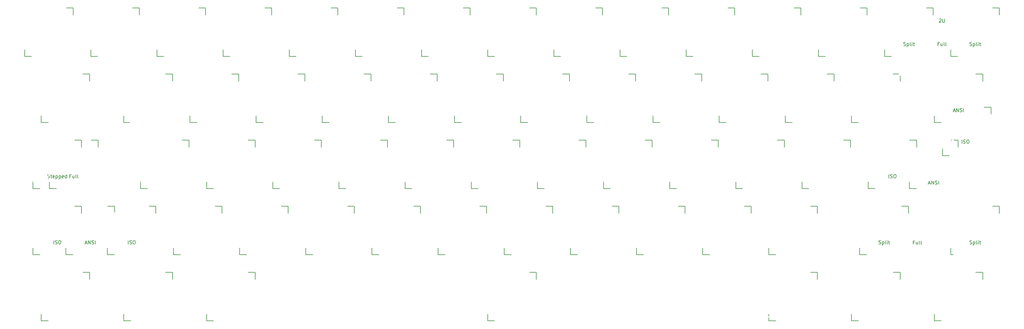
<source format=gbr>
%TF.GenerationSoftware,KiCad,Pcbnew,(6.0.10)*%
%TF.CreationDate,2023-01-23T21:21:06+01:00*%
%TF.ProjectId,plaket60-OG,706c616b-6574-4363-902d-4f472e6b6963,0.1*%
%TF.SameCoordinates,Original*%
%TF.FileFunction,Legend,Top*%
%TF.FilePolarity,Positive*%
%FSLAX46Y46*%
G04 Gerber Fmt 4.6, Leading zero omitted, Abs format (unit mm)*
G04 Created by KiCad (PCBNEW (6.0.10)) date 2023-01-23 21:21:06*
%MOMM*%
%LPD*%
G01*
G04 APERTURE LIST*
%ADD10C,0.150000*%
%ADD11C,3.987800*%
%ADD12C,1.750000*%
%ADD13C,3.048000*%
%ADD14C,1.701800*%
%ADD15R,1.700000X1.700000*%
%ADD16O,1.700000X1.700000*%
%ADD17C,0.800000*%
%ADD18C,0.600000*%
G04 APERTURE END LIST*
D10*
%TO.C,Stepped*%
X40870535Y-91146261D02*
X41013392Y-91193880D01*
X41251488Y-91193880D01*
X41346726Y-91146261D01*
X41394345Y-91098642D01*
X41441964Y-91003404D01*
X41441964Y-90908166D01*
X41394345Y-90812928D01*
X41346726Y-90765309D01*
X41251488Y-90717690D01*
X41061011Y-90670071D01*
X40965773Y-90622452D01*
X40918154Y-90574833D01*
X40870535Y-90479595D01*
X40870535Y-90384357D01*
X40918154Y-90289119D01*
X40965773Y-90241500D01*
X41061011Y-90193880D01*
X41299107Y-90193880D01*
X41441964Y-90241500D01*
X41727678Y-90527214D02*
X42108630Y-90527214D01*
X41870535Y-90193880D02*
X41870535Y-91051023D01*
X41918154Y-91146261D01*
X42013392Y-91193880D01*
X42108630Y-91193880D01*
X42822916Y-91146261D02*
X42727678Y-91193880D01*
X42537202Y-91193880D01*
X42441964Y-91146261D01*
X42394345Y-91051023D01*
X42394345Y-90670071D01*
X42441964Y-90574833D01*
X42537202Y-90527214D01*
X42727678Y-90527214D01*
X42822916Y-90574833D01*
X42870535Y-90670071D01*
X42870535Y-90765309D01*
X42394345Y-90860547D01*
X43299107Y-90527214D02*
X43299107Y-91527214D01*
X43299107Y-90574833D02*
X43394345Y-90527214D01*
X43584821Y-90527214D01*
X43680059Y-90574833D01*
X43727678Y-90622452D01*
X43775297Y-90717690D01*
X43775297Y-91003404D01*
X43727678Y-91098642D01*
X43680059Y-91146261D01*
X43584821Y-91193880D01*
X43394345Y-91193880D01*
X43299107Y-91146261D01*
X44203869Y-90527214D02*
X44203869Y-91527214D01*
X44203869Y-90574833D02*
X44299107Y-90527214D01*
X44489583Y-90527214D01*
X44584821Y-90574833D01*
X44632440Y-90622452D01*
X44680059Y-90717690D01*
X44680059Y-91003404D01*
X44632440Y-91098642D01*
X44584821Y-91146261D01*
X44489583Y-91193880D01*
X44299107Y-91193880D01*
X44203869Y-91146261D01*
X45489583Y-91146261D02*
X45394345Y-91193880D01*
X45203869Y-91193880D01*
X45108630Y-91146261D01*
X45061011Y-91051023D01*
X45061011Y-90670071D01*
X45108630Y-90574833D01*
X45203869Y-90527214D01*
X45394345Y-90527214D01*
X45489583Y-90574833D01*
X45537202Y-90670071D01*
X45537202Y-90765309D01*
X45061011Y-90860547D01*
X46394345Y-91193880D02*
X46394345Y-90193880D01*
X46394345Y-91146261D02*
X46299107Y-91193880D01*
X46108630Y-91193880D01*
X46013392Y-91146261D01*
X45965773Y-91098642D01*
X45918154Y-91003404D01*
X45918154Y-90717690D01*
X45965773Y-90622452D01*
X46013392Y-90574833D01*
X46108630Y-90527214D01*
X46299107Y-90527214D01*
X46394345Y-90574833D01*
%TO.C,ISO*%
X283162500Y-91193880D02*
X283162500Y-90193880D01*
X283591071Y-91146261D02*
X283733928Y-91193880D01*
X283972023Y-91193880D01*
X284067261Y-91146261D01*
X284114880Y-91098642D01*
X284162500Y-91003404D01*
X284162500Y-90908166D01*
X284114880Y-90812928D01*
X284067261Y-90765309D01*
X283972023Y-90717690D01*
X283781547Y-90670071D01*
X283686309Y-90622452D01*
X283638690Y-90574833D01*
X283591071Y-90479595D01*
X283591071Y-90384357D01*
X283638690Y-90289119D01*
X283686309Y-90241500D01*
X283781547Y-90193880D01*
X284019642Y-90193880D01*
X284162500Y-90241500D01*
X284781547Y-90193880D02*
X284972023Y-90193880D01*
X285067261Y-90241500D01*
X285162500Y-90336738D01*
X285210119Y-90527214D01*
X285210119Y-90860547D01*
X285162500Y-91051023D01*
X285067261Y-91146261D01*
X284972023Y-91193880D01*
X284781547Y-91193880D01*
X284686309Y-91146261D01*
X284591071Y-91051023D01*
X284543452Y-90860547D01*
X284543452Y-90527214D01*
X284591071Y-90336738D01*
X284686309Y-90241500D01*
X284781547Y-90193880D01*
%TO.C,Split*%
X306451190Y-110196261D02*
X306594047Y-110243880D01*
X306832142Y-110243880D01*
X306927380Y-110196261D01*
X306975000Y-110148642D01*
X307022619Y-110053404D01*
X307022619Y-109958166D01*
X306975000Y-109862928D01*
X306927380Y-109815309D01*
X306832142Y-109767690D01*
X306641666Y-109720071D01*
X306546428Y-109672452D01*
X306498809Y-109624833D01*
X306451190Y-109529595D01*
X306451190Y-109434357D01*
X306498809Y-109339119D01*
X306546428Y-109291500D01*
X306641666Y-109243880D01*
X306879761Y-109243880D01*
X307022619Y-109291500D01*
X307451190Y-109577214D02*
X307451190Y-110577214D01*
X307451190Y-109624833D02*
X307546428Y-109577214D01*
X307736904Y-109577214D01*
X307832142Y-109624833D01*
X307879761Y-109672452D01*
X307927380Y-109767690D01*
X307927380Y-110053404D01*
X307879761Y-110148642D01*
X307832142Y-110196261D01*
X307736904Y-110243880D01*
X307546428Y-110243880D01*
X307451190Y-110196261D01*
X308498809Y-110243880D02*
X308403571Y-110196261D01*
X308355952Y-110101023D01*
X308355952Y-109243880D01*
X308879761Y-110243880D02*
X308879761Y-109577214D01*
X308879761Y-109243880D02*
X308832142Y-109291500D01*
X308879761Y-109339119D01*
X308927380Y-109291500D01*
X308879761Y-109243880D01*
X308879761Y-109339119D01*
X309213095Y-109577214D02*
X309594047Y-109577214D01*
X309355952Y-109243880D02*
X309355952Y-110101023D01*
X309403571Y-110196261D01*
X309498809Y-110243880D01*
X309594047Y-110243880D01*
X280257440Y-110196261D02*
X280400297Y-110243880D01*
X280638392Y-110243880D01*
X280733630Y-110196261D01*
X280781250Y-110148642D01*
X280828869Y-110053404D01*
X280828869Y-109958166D01*
X280781250Y-109862928D01*
X280733630Y-109815309D01*
X280638392Y-109767690D01*
X280447916Y-109720071D01*
X280352678Y-109672452D01*
X280305059Y-109624833D01*
X280257440Y-109529595D01*
X280257440Y-109434357D01*
X280305059Y-109339119D01*
X280352678Y-109291500D01*
X280447916Y-109243880D01*
X280686011Y-109243880D01*
X280828869Y-109291500D01*
X281257440Y-109577214D02*
X281257440Y-110577214D01*
X281257440Y-109624833D02*
X281352678Y-109577214D01*
X281543154Y-109577214D01*
X281638392Y-109624833D01*
X281686011Y-109672452D01*
X281733630Y-109767690D01*
X281733630Y-110053404D01*
X281686011Y-110148642D01*
X281638392Y-110196261D01*
X281543154Y-110243880D01*
X281352678Y-110243880D01*
X281257440Y-110196261D01*
X282305059Y-110243880D02*
X282209821Y-110196261D01*
X282162202Y-110101023D01*
X282162202Y-109243880D01*
X282686011Y-110243880D02*
X282686011Y-109577214D01*
X282686011Y-109243880D02*
X282638392Y-109291500D01*
X282686011Y-109339119D01*
X282733630Y-109291500D01*
X282686011Y-109243880D01*
X282686011Y-109339119D01*
X283019345Y-109577214D02*
X283400297Y-109577214D01*
X283162202Y-109243880D02*
X283162202Y-110101023D01*
X283209821Y-110196261D01*
X283305059Y-110243880D01*
X283400297Y-110243880D01*
%TO.C,ISO*%
X64087500Y-110243880D02*
X64087500Y-109243880D01*
X64516071Y-110196261D02*
X64658928Y-110243880D01*
X64897023Y-110243880D01*
X64992261Y-110196261D01*
X65039880Y-110148642D01*
X65087500Y-110053404D01*
X65087500Y-109958166D01*
X65039880Y-109862928D01*
X64992261Y-109815309D01*
X64897023Y-109767690D01*
X64706547Y-109720071D01*
X64611309Y-109672452D01*
X64563690Y-109624833D01*
X64516071Y-109529595D01*
X64516071Y-109434357D01*
X64563690Y-109339119D01*
X64611309Y-109291500D01*
X64706547Y-109243880D01*
X64944642Y-109243880D01*
X65087500Y-109291500D01*
X65706547Y-109243880D02*
X65897023Y-109243880D01*
X65992261Y-109291500D01*
X66087500Y-109386738D01*
X66135119Y-109577214D01*
X66135119Y-109910547D01*
X66087500Y-110101023D01*
X65992261Y-110196261D01*
X65897023Y-110243880D01*
X65706547Y-110243880D01*
X65611309Y-110196261D01*
X65516071Y-110101023D01*
X65468452Y-109910547D01*
X65468452Y-109577214D01*
X65516071Y-109386738D01*
X65611309Y-109291500D01*
X65706547Y-109243880D01*
%TO.C,Full*%
X290472916Y-109783571D02*
X290139583Y-109783571D01*
X290139583Y-110307380D02*
X290139583Y-109307380D01*
X290615773Y-109307380D01*
X291425297Y-109640714D02*
X291425297Y-110307380D01*
X290996726Y-109640714D02*
X290996726Y-110164523D01*
X291044345Y-110259761D01*
X291139583Y-110307380D01*
X291282440Y-110307380D01*
X291377678Y-110259761D01*
X291425297Y-110212142D01*
X292044345Y-110307380D02*
X291949107Y-110259761D01*
X291901488Y-110164523D01*
X291901488Y-109307380D01*
X292568154Y-110307380D02*
X292472916Y-110259761D01*
X292425297Y-110164523D01*
X292425297Y-109307380D01*
%TO.C,ANSI*%
X294592559Y-92749666D02*
X295068750Y-92749666D01*
X294497321Y-93035380D02*
X294830654Y-92035380D01*
X295163988Y-93035380D01*
X295497321Y-93035380D02*
X295497321Y-92035380D01*
X296068750Y-93035380D01*
X296068750Y-92035380D01*
X296497321Y-92987761D02*
X296640178Y-93035380D01*
X296878273Y-93035380D01*
X296973511Y-92987761D01*
X297021130Y-92940142D01*
X297068750Y-92844904D01*
X297068750Y-92749666D01*
X297021130Y-92654428D01*
X296973511Y-92606809D01*
X296878273Y-92559190D01*
X296687797Y-92511571D01*
X296592559Y-92463952D01*
X296544940Y-92416333D01*
X296497321Y-92321095D01*
X296497321Y-92225857D01*
X296544940Y-92130619D01*
X296592559Y-92083000D01*
X296687797Y-92035380D01*
X296925892Y-92035380D01*
X297068750Y-92083000D01*
X297497321Y-93035380D02*
X297497321Y-92035380D01*
%TO.C,Split*%
X306451190Y-53046261D02*
X306594047Y-53093880D01*
X306832142Y-53093880D01*
X306927380Y-53046261D01*
X306975000Y-52998642D01*
X307022619Y-52903404D01*
X307022619Y-52808166D01*
X306975000Y-52712928D01*
X306927380Y-52665309D01*
X306832142Y-52617690D01*
X306641666Y-52570071D01*
X306546428Y-52522452D01*
X306498809Y-52474833D01*
X306451190Y-52379595D01*
X306451190Y-52284357D01*
X306498809Y-52189119D01*
X306546428Y-52141500D01*
X306641666Y-52093880D01*
X306879761Y-52093880D01*
X307022619Y-52141500D01*
X307451190Y-52427214D02*
X307451190Y-53427214D01*
X307451190Y-52474833D02*
X307546428Y-52427214D01*
X307736904Y-52427214D01*
X307832142Y-52474833D01*
X307879761Y-52522452D01*
X307927380Y-52617690D01*
X307927380Y-52903404D01*
X307879761Y-52998642D01*
X307832142Y-53046261D01*
X307736904Y-53093880D01*
X307546428Y-53093880D01*
X307451190Y-53046261D01*
X308498809Y-53093880D02*
X308403571Y-53046261D01*
X308355952Y-52951023D01*
X308355952Y-52093880D01*
X308879761Y-53093880D02*
X308879761Y-52427214D01*
X308879761Y-52093880D02*
X308832142Y-52141500D01*
X308879761Y-52189119D01*
X308927380Y-52141500D01*
X308879761Y-52093880D01*
X308879761Y-52189119D01*
X309213095Y-52427214D02*
X309594047Y-52427214D01*
X309355952Y-52093880D02*
X309355952Y-52951023D01*
X309403571Y-53046261D01*
X309498809Y-53093880D01*
X309594047Y-53093880D01*
%TO.C,Full*%
X297616666Y-52570071D02*
X297283333Y-52570071D01*
X297283333Y-53093880D02*
X297283333Y-52093880D01*
X297759523Y-52093880D01*
X298569047Y-52427214D02*
X298569047Y-53093880D01*
X298140476Y-52427214D02*
X298140476Y-52951023D01*
X298188095Y-53046261D01*
X298283333Y-53093880D01*
X298426190Y-53093880D01*
X298521428Y-53046261D01*
X298569047Y-52998642D01*
X299188095Y-53093880D02*
X299092857Y-53046261D01*
X299045238Y-52951023D01*
X299045238Y-52093880D01*
X299711904Y-53093880D02*
X299616666Y-53046261D01*
X299569047Y-52951023D01*
X299569047Y-52093880D01*
X297640476Y-45458119D02*
X297688095Y-45410500D01*
X297783333Y-45362880D01*
X298021428Y-45362880D01*
X298116666Y-45410500D01*
X298164285Y-45458119D01*
X298211904Y-45553357D01*
X298211904Y-45648595D01*
X298164285Y-45791452D01*
X297592857Y-46362880D01*
X298211904Y-46362880D01*
X298640476Y-45362880D02*
X298640476Y-46172404D01*
X298688095Y-46267642D01*
X298735714Y-46315261D01*
X298830952Y-46362880D01*
X299021428Y-46362880D01*
X299116666Y-46315261D01*
X299164285Y-46267642D01*
X299211904Y-46172404D01*
X299211904Y-45362880D01*
%TO.C,ISO*%
X304181000Y-81224380D02*
X304181000Y-80224380D01*
X304609571Y-81176761D02*
X304752428Y-81224380D01*
X304990523Y-81224380D01*
X305085761Y-81176761D01*
X305133380Y-81129142D01*
X305181000Y-81033904D01*
X305181000Y-80938666D01*
X305133380Y-80843428D01*
X305085761Y-80795809D01*
X304990523Y-80748190D01*
X304800047Y-80700571D01*
X304704809Y-80652952D01*
X304657190Y-80605333D01*
X304609571Y-80510095D01*
X304609571Y-80414857D01*
X304657190Y-80319619D01*
X304704809Y-80272000D01*
X304800047Y-80224380D01*
X305038142Y-80224380D01*
X305181000Y-80272000D01*
X305800047Y-80224380D02*
X305990523Y-80224380D01*
X306085761Y-80272000D01*
X306181000Y-80367238D01*
X306228619Y-80557714D01*
X306228619Y-80891047D01*
X306181000Y-81081523D01*
X306085761Y-81176761D01*
X305990523Y-81224380D01*
X305800047Y-81224380D01*
X305704809Y-81176761D01*
X305609571Y-81081523D01*
X305561952Y-80891047D01*
X305561952Y-80557714D01*
X305609571Y-80367238D01*
X305704809Y-80272000D01*
X305800047Y-80224380D01*
%TO.C,Split*%
X287401190Y-53046261D02*
X287544047Y-53093880D01*
X287782142Y-53093880D01*
X287877380Y-53046261D01*
X287925000Y-52998642D01*
X287972619Y-52903404D01*
X287972619Y-52808166D01*
X287925000Y-52712928D01*
X287877380Y-52665309D01*
X287782142Y-52617690D01*
X287591666Y-52570071D01*
X287496428Y-52522452D01*
X287448809Y-52474833D01*
X287401190Y-52379595D01*
X287401190Y-52284357D01*
X287448809Y-52189119D01*
X287496428Y-52141500D01*
X287591666Y-52093880D01*
X287829761Y-52093880D01*
X287972619Y-52141500D01*
X288401190Y-52427214D02*
X288401190Y-53427214D01*
X288401190Y-52474833D02*
X288496428Y-52427214D01*
X288686904Y-52427214D01*
X288782142Y-52474833D01*
X288829761Y-52522452D01*
X288877380Y-52617690D01*
X288877380Y-52903404D01*
X288829761Y-52998642D01*
X288782142Y-53046261D01*
X288686904Y-53093880D01*
X288496428Y-53093880D01*
X288401190Y-53046261D01*
X289448809Y-53093880D02*
X289353571Y-53046261D01*
X289305952Y-52951023D01*
X289305952Y-52093880D01*
X289829761Y-53093880D02*
X289829761Y-52427214D01*
X289829761Y-52093880D02*
X289782142Y-52141500D01*
X289829761Y-52189119D01*
X289877380Y-52141500D01*
X289829761Y-52093880D01*
X289829761Y-52189119D01*
X290163095Y-52427214D02*
X290544047Y-52427214D01*
X290305952Y-52093880D02*
X290305952Y-52951023D01*
X290353571Y-53046261D01*
X290448809Y-53093880D01*
X290544047Y-53093880D01*
%TO.C,ISO*%
X42656250Y-110243880D02*
X42656250Y-109243880D01*
X43084821Y-110196261D02*
X43227678Y-110243880D01*
X43465773Y-110243880D01*
X43561011Y-110196261D01*
X43608630Y-110148642D01*
X43656250Y-110053404D01*
X43656250Y-109958166D01*
X43608630Y-109862928D01*
X43561011Y-109815309D01*
X43465773Y-109767690D01*
X43275297Y-109720071D01*
X43180059Y-109672452D01*
X43132440Y-109624833D01*
X43084821Y-109529595D01*
X43084821Y-109434357D01*
X43132440Y-109339119D01*
X43180059Y-109291500D01*
X43275297Y-109243880D01*
X43513392Y-109243880D01*
X43656250Y-109291500D01*
X44275297Y-109243880D02*
X44465773Y-109243880D01*
X44561011Y-109291500D01*
X44656250Y-109386738D01*
X44703869Y-109577214D01*
X44703869Y-109910547D01*
X44656250Y-110101023D01*
X44561011Y-110196261D01*
X44465773Y-110243880D01*
X44275297Y-110243880D01*
X44180059Y-110196261D01*
X44084821Y-110101023D01*
X44037202Y-109910547D01*
X44037202Y-109577214D01*
X44084821Y-109386738D01*
X44180059Y-109291500D01*
X44275297Y-109243880D01*
%TO.C,ANSI*%
X301736309Y-71858166D02*
X302212500Y-71858166D01*
X301641071Y-72143880D02*
X301974404Y-71143880D01*
X302307738Y-72143880D01*
X302641071Y-72143880D02*
X302641071Y-71143880D01*
X303212500Y-72143880D01*
X303212500Y-71143880D01*
X303641071Y-72096261D02*
X303783928Y-72143880D01*
X304022023Y-72143880D01*
X304117261Y-72096261D01*
X304164880Y-72048642D01*
X304212500Y-71953404D01*
X304212500Y-71858166D01*
X304164880Y-71762928D01*
X304117261Y-71715309D01*
X304022023Y-71667690D01*
X303831547Y-71620071D01*
X303736309Y-71572452D01*
X303688690Y-71524833D01*
X303641071Y-71429595D01*
X303641071Y-71334357D01*
X303688690Y-71239119D01*
X303736309Y-71191500D01*
X303831547Y-71143880D01*
X304069642Y-71143880D01*
X304212500Y-71191500D01*
X304641071Y-72143880D02*
X304641071Y-71143880D01*
%TO.C,Full*%
X47585416Y-90670071D02*
X47252083Y-90670071D01*
X47252083Y-91193880D02*
X47252083Y-90193880D01*
X47728273Y-90193880D01*
X48537797Y-90527214D02*
X48537797Y-91193880D01*
X48109226Y-90527214D02*
X48109226Y-91051023D01*
X48156845Y-91146261D01*
X48252083Y-91193880D01*
X48394940Y-91193880D01*
X48490178Y-91146261D01*
X48537797Y-91098642D01*
X49156845Y-91193880D02*
X49061607Y-91146261D01*
X49013988Y-91051023D01*
X49013988Y-90193880D01*
X49680654Y-91193880D02*
X49585416Y-91146261D01*
X49537797Y-91051023D01*
X49537797Y-90193880D01*
%TO.C,ANSI*%
X51705059Y-109958166D02*
X52181250Y-109958166D01*
X51609821Y-110243880D02*
X51943154Y-109243880D01*
X52276488Y-110243880D01*
X52609821Y-110243880D02*
X52609821Y-109243880D01*
X53181250Y-110243880D01*
X53181250Y-109243880D01*
X53609821Y-110196261D02*
X53752678Y-110243880D01*
X53990773Y-110243880D01*
X54086011Y-110196261D01*
X54133630Y-110148642D01*
X54181250Y-110053404D01*
X54181250Y-109958166D01*
X54133630Y-109862928D01*
X54086011Y-109815309D01*
X53990773Y-109767690D01*
X53800297Y-109720071D01*
X53705059Y-109672452D01*
X53657440Y-109624833D01*
X53609821Y-109529595D01*
X53609821Y-109434357D01*
X53657440Y-109339119D01*
X53705059Y-109291500D01*
X53800297Y-109243880D01*
X54038392Y-109243880D01*
X54181250Y-109291500D01*
X54609821Y-110243880D02*
X54609821Y-109243880D01*
%TO.C,1.50u*%
X39037500Y-130412500D02*
X39037500Y-132412500D01*
X39037500Y-132412500D02*
X41037500Y-132412500D01*
X51037500Y-118412500D02*
X53037500Y-118412500D01*
X53037500Y-118412500D02*
X53037500Y-120412500D01*
%TO.C,T*%
X153050000Y-61262500D02*
X153050000Y-63262500D01*
X151050000Y-61262500D02*
X153050000Y-61262500D01*
X139050000Y-75262500D02*
X141050000Y-75262500D01*
X139050000Y-73262500D02*
X139050000Y-75262500D01*
%TO.C,Tab*%
X51037500Y-61262500D02*
X53037500Y-61262500D01*
X39037500Y-75262500D02*
X41037500Y-75262500D01*
X53037500Y-61262500D02*
X53037500Y-63262500D01*
X39037500Y-73262500D02*
X39037500Y-75262500D01*
%TO.C,[*%
X265350000Y-61262500D02*
X267350000Y-61262500D01*
X253350000Y-75262500D02*
X255350000Y-75262500D01*
X267350000Y-61262500D02*
X267350000Y-63262500D01*
X253350000Y-73262500D02*
X253350000Y-75262500D01*
%TO.C,1.50u*%
X248587500Y-130412500D02*
X248587500Y-132412500D01*
X262587500Y-118412500D02*
X262587500Y-120412500D01*
X260587500Y-118412500D02*
X262587500Y-118412500D01*
X248587500Y-132412500D02*
X250587500Y-132412500D01*
%TO.C,R*%
X120000000Y-75262500D02*
X122000000Y-75262500D01*
X134000000Y-61262500D02*
X134000000Y-63262500D01*
X132000000Y-61262500D02*
X134000000Y-61262500D01*
X120000000Y-73262500D02*
X120000000Y-75262500D01*
%TO.C,<*%
X210487500Y-113362500D02*
X212487500Y-113362500D01*
X224487500Y-99362500D02*
X224487500Y-101362500D01*
X222487500Y-99362500D02*
X224487500Y-99362500D01*
X210487500Y-111362500D02*
X210487500Y-113362500D01*
%TO.C,Stepped*%
X36656250Y-94312500D02*
X38656250Y-94312500D01*
X50656250Y-80312500D02*
X50656250Y-82312500D01*
X48656250Y-80312500D02*
X50656250Y-80312500D01*
X36656250Y-92312500D02*
X36656250Y-94312500D01*
%TO.C,S*%
X100662500Y-80312500D02*
X100662500Y-82312500D01*
X86662500Y-94312500D02*
X88662500Y-94312500D01*
X86662500Y-92312500D02*
X86662500Y-94312500D01*
X98662500Y-80312500D02*
X100662500Y-80312500D01*
%TO.C,B*%
X165337500Y-99362500D02*
X167337500Y-99362500D01*
X153337500Y-113362500D02*
X155337500Y-113362500D01*
X167337500Y-99362500D02*
X167337500Y-101362500D01*
X153337500Y-111362500D02*
X153337500Y-113362500D01*
%TO.C,H*%
X162862500Y-94312500D02*
X164862500Y-94312500D01*
X162862500Y-92312500D02*
X162862500Y-94312500D01*
X176862500Y-80312500D02*
X176862500Y-82312500D01*
X174862500Y-80312500D02*
X176862500Y-80312500D01*
%TO.C,D*%
X119712500Y-80312500D02*
X119712500Y-82312500D01*
X105712500Y-94312500D02*
X107712500Y-94312500D01*
X117712500Y-80312500D02*
X119712500Y-80312500D01*
X105712500Y-92312500D02*
X105712500Y-94312500D01*
%TO.C,J*%
X181912500Y-94312500D02*
X183912500Y-94312500D01*
X195912500Y-80312500D02*
X195912500Y-82312500D01*
X181912500Y-92312500D02*
X181912500Y-94312500D01*
X193912500Y-80312500D02*
X195912500Y-80312500D01*
%TO.C,ISO*%
X291162500Y-80312500D02*
X291162500Y-82312500D01*
X277162500Y-94312500D02*
X279162500Y-94312500D01*
X277162500Y-92312500D02*
X277162500Y-94312500D01*
X289162500Y-80312500D02*
X291162500Y-80312500D01*
%TO.C,Z*%
X91137500Y-99362500D02*
X91137500Y-101362500D01*
X77137500Y-113362500D02*
X79137500Y-113362500D01*
X77137500Y-111362500D02*
X77137500Y-113362500D01*
X89137500Y-99362500D02*
X91137500Y-99362500D01*
%TO.C,Split*%
X300975000Y-113362500D02*
X302975000Y-113362500D01*
X314975000Y-99362500D02*
X314975000Y-101362500D01*
X312975000Y-99362500D02*
X314975000Y-99362500D01*
X300975000Y-111362500D02*
X300975000Y-113362500D01*
%TO.C,W*%
X81900000Y-73262500D02*
X81900000Y-75262500D01*
X93900000Y-61262500D02*
X95900000Y-61262500D01*
X95900000Y-61262500D02*
X95900000Y-63262500D01*
X81900000Y-75262500D02*
X83900000Y-75262500D01*
%TO.C,-*%
X243825000Y-54212500D02*
X243825000Y-56212500D01*
X257825000Y-42212500D02*
X257825000Y-44212500D01*
X255825000Y-42212500D02*
X257825000Y-42212500D01*
X243825000Y-56212500D02*
X245825000Y-56212500D01*
%TO.C,Split*%
X274781250Y-111362500D02*
X274781250Y-113362500D01*
X274781250Y-113362500D02*
X276781250Y-113362500D01*
X288781250Y-99362500D02*
X288781250Y-101362500D01*
X286781250Y-99362500D02*
X288781250Y-99362500D01*
%TO.C,V*%
X134287500Y-113362500D02*
X136287500Y-113362500D01*
X134287500Y-111362500D02*
X134287500Y-113362500D01*
X148287500Y-99362500D02*
X148287500Y-101362500D01*
X146287500Y-99362500D02*
X148287500Y-99362500D01*
%TO.C,X*%
X110187500Y-99362500D02*
X110187500Y-101362500D01*
X96187500Y-113362500D02*
X98187500Y-113362500D01*
X108187500Y-99362500D02*
X110187500Y-99362500D01*
X96187500Y-111362500D02*
X96187500Y-113362500D01*
%TO.C,1u*%
X286400000Y-118412500D02*
X286400000Y-120412500D01*
X272400000Y-130412500D02*
X272400000Y-132412500D01*
X272400000Y-132412500D02*
X274400000Y-132412500D01*
X284400000Y-118412500D02*
X286400000Y-118412500D01*
%TO.C,5*%
X129525000Y-56212500D02*
X131525000Y-56212500D01*
X141525000Y-42212500D02*
X143525000Y-42212500D01*
X129525000Y-54212500D02*
X129525000Y-56212500D01*
X143525000Y-42212500D02*
X143525000Y-44212500D01*
%TO.C,G*%
X157812500Y-80312500D02*
X157812500Y-82312500D01*
X155812500Y-80312500D02*
X157812500Y-80312500D01*
X143812500Y-94312500D02*
X145812500Y-94312500D01*
X143812500Y-92312500D02*
X143812500Y-94312500D01*
%TO.C,:*%
X253062500Y-80312500D02*
X253062500Y-82312500D01*
X251062500Y-80312500D02*
X253062500Y-80312500D01*
X239062500Y-94312500D02*
X241062500Y-94312500D01*
X239062500Y-92312500D02*
X239062500Y-94312500D01*
%TO.C,8*%
X186675000Y-54212500D02*
X186675000Y-56212500D01*
X186675000Y-56212500D02*
X188675000Y-56212500D01*
X200675000Y-42212500D02*
X200675000Y-44212500D01*
X198675000Y-42212500D02*
X200675000Y-42212500D01*
%TO.C,P*%
X234300000Y-73262500D02*
X234300000Y-75262500D01*
X234300000Y-75262500D02*
X236300000Y-75262500D01*
X246300000Y-61262500D02*
X248300000Y-61262500D01*
X248300000Y-61262500D02*
X248300000Y-63262500D01*
%TO.C,Q*%
X74850000Y-61262500D02*
X76850000Y-61262500D01*
X62850000Y-75262500D02*
X64850000Y-75262500D01*
X76850000Y-61262500D02*
X76850000Y-63262500D01*
X62850000Y-73262500D02*
X62850000Y-75262500D01*
%TO.C,1*%
X53325000Y-56212500D02*
X55325000Y-56212500D01*
X65325000Y-42212500D02*
X67325000Y-42212500D01*
X67325000Y-42212500D02*
X67325000Y-44212500D01*
X53325000Y-54212500D02*
X53325000Y-56212500D01*
%TO.C,Y*%
X158100000Y-73262500D02*
X158100000Y-75262500D01*
X172100000Y-61262500D02*
X172100000Y-63262500D01*
X170100000Y-61262500D02*
X172100000Y-61262500D01*
X158100000Y-75262500D02*
X160100000Y-75262500D01*
%TO.C,]*%
X272400000Y-75262500D02*
X274400000Y-75262500D01*
X284400000Y-61262500D02*
X286400000Y-61262500D01*
X286400000Y-61262500D02*
X286400000Y-63262500D01*
X272400000Y-73262500D02*
X272400000Y-75262500D01*
%TO.C,9*%
X205725000Y-56212500D02*
X207725000Y-56212500D01*
X219725000Y-42212500D02*
X219725000Y-44212500D01*
X217725000Y-42212500D02*
X219725000Y-42212500D01*
X205725000Y-54212500D02*
X205725000Y-56212500D01*
%TO.C,ISO*%
X58087500Y-111362500D02*
X58087500Y-113362500D01*
X58087500Y-113362500D02*
X60087500Y-113362500D01*
X70087500Y-99362500D02*
X72087500Y-99362500D01*
X72087500Y-99362500D02*
X72087500Y-101362500D01*
%TO.C,>*%
X241537500Y-99362500D02*
X243537500Y-99362500D01*
X229537500Y-111362500D02*
X229537500Y-113362500D01*
X243537500Y-99362500D02*
X243537500Y-101362500D01*
X229537500Y-113362500D02*
X231537500Y-113362500D01*
%TO.C,C*%
X115237500Y-113362500D02*
X117237500Y-113362500D01*
X127237500Y-99362500D02*
X129237500Y-99362500D01*
X115237500Y-111362500D02*
X115237500Y-113362500D01*
X129237500Y-99362500D02*
X129237500Y-101362500D01*
%TO.C,E*%
X112950000Y-61262500D02*
X114950000Y-61262500D01*
X100950000Y-73262500D02*
X100950000Y-75262500D01*
X114950000Y-61262500D02*
X114950000Y-63262500D01*
X100950000Y-75262500D02*
X102950000Y-75262500D01*
%TO.C,ANSI*%
X303068750Y-80312500D02*
X303068750Y-82312500D01*
X301068750Y-80312500D02*
X303068750Y-80312500D01*
X289068750Y-92312500D02*
X289068750Y-94312500D01*
X289068750Y-94312500D02*
X291068750Y-94312500D01*
%TO.C,A*%
X67612500Y-94312500D02*
X69612500Y-94312500D01*
X79612500Y-80312500D02*
X81612500Y-80312500D01*
X67612500Y-92312500D02*
X67612500Y-94312500D01*
X81612500Y-80312500D02*
X81612500Y-82312500D01*
%TO.C,Split*%
X314975000Y-42212500D02*
X314975000Y-44212500D01*
X300975000Y-56212500D02*
X302975000Y-56212500D01*
X312975000Y-42212500D02*
X314975000Y-42212500D01*
X300975000Y-54212500D02*
X300975000Y-56212500D01*
%TO.C,0*%
X224775000Y-56212500D02*
X226775000Y-56212500D01*
X224775000Y-54212500D02*
X224775000Y-56212500D01*
X236775000Y-42212500D02*
X238775000Y-42212500D01*
X238775000Y-42212500D02*
X238775000Y-44212500D01*
%TO.C,L*%
X232012500Y-80312500D02*
X234012500Y-80312500D01*
X234012500Y-80312500D02*
X234012500Y-82312500D01*
X220012500Y-94312500D02*
X222012500Y-94312500D01*
X220012500Y-92312500D02*
X220012500Y-94312500D01*
%TO.C,I*%
X210200000Y-61262500D02*
X210200000Y-63262500D01*
X208200000Y-61262500D02*
X210200000Y-61262500D01*
X196200000Y-73262500D02*
X196200000Y-75262500D01*
X196200000Y-75262500D02*
X198200000Y-75262500D01*
%TO.C,M*%
X191437500Y-113362500D02*
X193437500Y-113362500D01*
X191437500Y-111362500D02*
X191437500Y-113362500D01*
X203437500Y-99362500D02*
X205437500Y-99362500D01*
X205437500Y-99362500D02*
X205437500Y-101362500D01*
%TO.C,?*%
X248587500Y-113362500D02*
X250587500Y-113362500D01*
X262587500Y-99362500D02*
X262587500Y-101362500D01*
X248587500Y-111362500D02*
X248587500Y-113362500D01*
X260587500Y-99362500D02*
X262587500Y-99362500D01*
%TO.C,F*%
X124762500Y-94312500D02*
X126762500Y-94312500D01*
X138762500Y-80312500D02*
X138762500Y-82312500D01*
X124762500Y-92312500D02*
X124762500Y-94312500D01*
X136762500Y-80312500D02*
X138762500Y-80312500D01*
%TO.C,ISO*%
X298593750Y-84787500D02*
X300593750Y-84787500D01*
X298593750Y-82787500D02*
X298593750Y-84787500D01*
X310593750Y-70787500D02*
X312593750Y-70787500D01*
X312593750Y-70787500D02*
X312593750Y-72787500D01*
%TO.C,1u*%
X62850000Y-130412500D02*
X62850000Y-132412500D01*
X76850000Y-118412500D02*
X76850000Y-120412500D01*
X74850000Y-118412500D02*
X76850000Y-118412500D01*
X62850000Y-132412500D02*
X64850000Y-132412500D01*
%TO.C,N*%
X172387500Y-111362500D02*
X172387500Y-113362500D01*
X184387500Y-99362500D02*
X186387500Y-99362500D01*
X186387500Y-99362500D02*
X186387500Y-101362500D01*
X172387500Y-113362500D02*
X174387500Y-113362500D01*
%TO.C,3*%
X91425000Y-54212500D02*
X91425000Y-56212500D01*
X91425000Y-56212500D02*
X93425000Y-56212500D01*
X103425000Y-42212500D02*
X105425000Y-42212500D01*
X105425000Y-42212500D02*
X105425000Y-44212500D01*
%TO.C,6*%
X162575000Y-42212500D02*
X162575000Y-44212500D01*
X148575000Y-56212500D02*
X150575000Y-56212500D01*
X160575000Y-42212500D02*
X162575000Y-42212500D01*
X148575000Y-54212500D02*
X148575000Y-56212500D01*
%TO.C,"*%
X270112500Y-80312500D02*
X272112500Y-80312500D01*
X258112500Y-92312500D02*
X258112500Y-94312500D01*
X258112500Y-94312500D02*
X260112500Y-94312500D01*
X272112500Y-80312500D02*
X272112500Y-82312500D01*
%TO.C,Esc*%
X48275000Y-42212500D02*
X48275000Y-44212500D01*
X34275000Y-56212500D02*
X36275000Y-56212500D01*
X46275000Y-42212500D02*
X48275000Y-42212500D01*
X34275000Y-54212500D02*
X34275000Y-56212500D01*
%TO.C,1.50u*%
X100662500Y-118412500D02*
X100662500Y-120412500D01*
X86662500Y-130412500D02*
X86662500Y-132412500D01*
X98662500Y-118412500D02*
X100662500Y-118412500D01*
X86662500Y-132412500D02*
X88662500Y-132412500D01*
%TO.C,=*%
X276875000Y-42212500D02*
X276875000Y-44212500D01*
X262875000Y-56212500D02*
X264875000Y-56212500D01*
X274875000Y-42212500D02*
X276875000Y-42212500D01*
X262875000Y-54212500D02*
X262875000Y-56212500D01*
%TO.C,Split*%
X295925000Y-42212500D02*
X295925000Y-44212500D01*
X281925000Y-54212500D02*
X281925000Y-56212500D01*
X293925000Y-42212500D02*
X295925000Y-42212500D01*
X281925000Y-56212500D02*
X283925000Y-56212500D01*
%TO.C,K*%
X214962500Y-80312500D02*
X214962500Y-82312500D01*
X212962500Y-80312500D02*
X214962500Y-80312500D01*
X200962500Y-92312500D02*
X200962500Y-94312500D01*
X200962500Y-94312500D02*
X202962500Y-94312500D01*
%TO.C,ISO*%
X36656250Y-111362500D02*
X36656250Y-113362500D01*
X50656250Y-99362500D02*
X50656250Y-101362500D01*
X48656250Y-99362500D02*
X50656250Y-99362500D01*
X36656250Y-113362500D02*
X38656250Y-113362500D01*
%TO.C,2*%
X72375000Y-56212500D02*
X74375000Y-56212500D01*
X86375000Y-42212500D02*
X86375000Y-44212500D01*
X84375000Y-42212500D02*
X86375000Y-42212500D01*
X72375000Y-54212500D02*
X72375000Y-56212500D01*
%TO.C,ANSI*%
X296212500Y-75262500D02*
X298212500Y-75262500D01*
X296212500Y-73262500D02*
X296212500Y-75262500D01*
X310212500Y-61262500D02*
X310212500Y-63262500D01*
X308212500Y-61262500D02*
X310212500Y-61262500D01*
%TO.C,Full*%
X41418750Y-92312500D02*
X41418750Y-94312500D01*
X53418750Y-80312500D02*
X55418750Y-80312500D01*
X55418750Y-80312500D02*
X55418750Y-82312500D01*
X41418750Y-94312500D02*
X43418750Y-94312500D01*
%TO.C,7*%
X167625000Y-54212500D02*
X167625000Y-56212500D01*
X181625000Y-42212500D02*
X181625000Y-44212500D01*
X167625000Y-56212500D02*
X169625000Y-56212500D01*
X179625000Y-42212500D02*
X181625000Y-42212500D01*
%TO.C,O*%
X229250000Y-61262500D02*
X229250000Y-63262500D01*
X215250000Y-75262500D02*
X217250000Y-75262500D01*
X227250000Y-61262500D02*
X229250000Y-61262500D01*
X215250000Y-73262500D02*
X215250000Y-75262500D01*
%TO.C,1.50u*%
X308212500Y-118412500D02*
X310212500Y-118412500D01*
X310212500Y-118412500D02*
X310212500Y-120412500D01*
X296212500Y-130412500D02*
X296212500Y-132412500D01*
X296212500Y-132412500D02*
X298212500Y-132412500D01*
%TO.C,ANSI*%
X58181250Y-99362500D02*
X60181250Y-99362500D01*
X46181250Y-111362500D02*
X46181250Y-113362500D01*
X46181250Y-113362500D02*
X48181250Y-113362500D01*
X60181250Y-99362500D02*
X60181250Y-101362500D01*
%TO.C,MX42*%
X181625000Y-118412500D02*
X181625000Y-120412500D01*
X167625000Y-130412500D02*
X167625000Y-132412500D01*
X179625000Y-118412500D02*
X181625000Y-118412500D01*
X167625000Y-132412500D02*
X169625000Y-132412500D01*
%TO.C,4*%
X122475000Y-42212500D02*
X124475000Y-42212500D01*
X110475000Y-54212500D02*
X110475000Y-56212500D01*
X110475000Y-56212500D02*
X112475000Y-56212500D01*
X124475000Y-42212500D02*
X124475000Y-44212500D01*
%TO.C,U*%
X177150000Y-75262500D02*
X179150000Y-75262500D01*
X191150000Y-61262500D02*
X191150000Y-63262500D01*
X177150000Y-73262500D02*
X177150000Y-75262500D01*
X189150000Y-61262500D02*
X191150000Y-61262500D01*
%TD*%
%LPC*%
%TO.C,G\u002A\u002A\u002A*%
G36*
X137606800Y-118447364D02*
G01*
X137689629Y-118469711D01*
X137637013Y-118578774D01*
X137490520Y-118849355D01*
X137267182Y-119250857D01*
X136984028Y-119752680D01*
X136658090Y-120324223D01*
X136635838Y-120363042D01*
X136294117Y-120975246D01*
X135985949Y-121557855D01*
X135731637Y-122070059D01*
X135551487Y-122471048D01*
X135467779Y-122710694D01*
X135427351Y-123006978D01*
X135395122Y-123468861D01*
X135373729Y-124040178D01*
X135365809Y-124664762D01*
X135366549Y-124866522D01*
X135383305Y-125649696D01*
X135426592Y-126247879D01*
X135507041Y-126697341D01*
X135635281Y-127034354D01*
X135821941Y-127295191D01*
X136077651Y-127516123D01*
X136159873Y-127573613D01*
X136335587Y-127683476D01*
X136680007Y-127890870D01*
X137169909Y-128182091D01*
X137782067Y-128543439D01*
X138493255Y-128961212D01*
X139280250Y-129421709D01*
X140119824Y-129911226D01*
X140296179Y-130013834D01*
X141133867Y-130502472D01*
X141915110Y-130960921D01*
X142618200Y-131376238D01*
X143221428Y-131735479D01*
X143703088Y-132025703D01*
X144041471Y-132233965D01*
X144214871Y-132347324D01*
X144229772Y-132359199D01*
X144275156Y-132428560D01*
X144212372Y-132473128D01*
X144010350Y-132497811D01*
X143638018Y-132507515D01*
X143286977Y-132508108D01*
X142181768Y-132505025D01*
X139020633Y-130680804D01*
X138106149Y-130153211D01*
X137363347Y-129724272D01*
X136772038Y-129381304D01*
X136312036Y-129111624D01*
X135963150Y-128902547D01*
X135705194Y-128741390D01*
X135517979Y-128615470D01*
X135381317Y-128512102D01*
X135275020Y-128418602D01*
X135178900Y-128322288D01*
X135072768Y-128210475D01*
X135048841Y-128185426D01*
X134802417Y-127913080D01*
X134611400Y-127651039D01*
X134468857Y-127366579D01*
X134367854Y-127026977D01*
X134301458Y-126599512D01*
X134262735Y-126051459D01*
X134244752Y-125350097D01*
X134240575Y-124462703D01*
X134240641Y-124371167D01*
X134241141Y-123670208D01*
X134249370Y-123120328D01*
X134277795Y-122677336D01*
X134338888Y-122297041D01*
X134445117Y-121935253D01*
X134608951Y-121547781D01*
X134842860Y-121090435D01*
X135159314Y-120519024D01*
X135496049Y-119922107D01*
X136308557Y-118480186D01*
X136999093Y-118447164D01*
X137357203Y-118438150D01*
X137606800Y-118447364D01*
G37*
G36*
X212080859Y-123179893D02*
G01*
X212099509Y-123389744D01*
X211977699Y-123609962D01*
X211938091Y-123646533D01*
X211810828Y-123728458D01*
X211509556Y-123910374D01*
X211052516Y-124181597D01*
X210457952Y-124531437D01*
X209744104Y-124949208D01*
X208929214Y-125424222D01*
X208031524Y-125945792D01*
X207069275Y-126503231D01*
X206530886Y-126814450D01*
X201300546Y-129835581D01*
X201279818Y-130535613D01*
X201267858Y-130924823D01*
X201257607Y-131232711D01*
X201252089Y-131374291D01*
X201151605Y-131478643D01*
X200967795Y-131512937D01*
X200755981Y-131465270D01*
X200681764Y-131374291D01*
X200679330Y-131194218D01*
X200682037Y-130870996D01*
X200687363Y-130570142D01*
X200689069Y-130344293D01*
X200673923Y-130147407D01*
X200627750Y-129947563D01*
X200536375Y-129712838D01*
X200385621Y-129411308D01*
X200161313Y-129011052D01*
X199849275Y-128480147D01*
X199497505Y-127890648D01*
X199077762Y-127181045D01*
X198766623Y-126635362D01*
X198552780Y-126230891D01*
X198424924Y-125944919D01*
X198371749Y-125754736D01*
X198379162Y-125644578D01*
X198531477Y-125445012D01*
X198743281Y-125448830D01*
X198938413Y-125606605D01*
X199047677Y-125763390D01*
X199245813Y-126076898D01*
X199511066Y-126511569D01*
X199821682Y-127031844D01*
X200091944Y-127492195D01*
X200413217Y-128038321D01*
X200697067Y-128510962D01*
X200924596Y-128879451D01*
X201076912Y-129113120D01*
X201133611Y-129182877D01*
X201237151Y-129128384D01*
X201514630Y-128971963D01*
X201948531Y-128723737D01*
X202521339Y-128393827D01*
X203215536Y-127992359D01*
X204013608Y-127529454D01*
X204898038Y-127015235D01*
X205851309Y-126459826D01*
X206461102Y-126103971D01*
X207451969Y-125528017D01*
X208388967Y-124988452D01*
X209254037Y-124495329D01*
X210029125Y-124058700D01*
X210696172Y-123688618D01*
X211237123Y-123395137D01*
X211633921Y-123188308D01*
X211868508Y-123078186D01*
X211923766Y-123062689D01*
X212080859Y-123179893D01*
G37*
G36*
X128233016Y-118438135D02*
G01*
X128318777Y-118508244D01*
X128316463Y-118668045D01*
X128232203Y-118953103D01*
X128072127Y-119398987D01*
X127983024Y-119644815D01*
X127781845Y-120308648D01*
X127627854Y-121064678D01*
X127518366Y-121939574D01*
X127450699Y-122960006D01*
X127422168Y-124152647D01*
X127425008Y-125190666D01*
X127436426Y-126000006D01*
X127451747Y-126629425D01*
X127474914Y-127120835D01*
X127509869Y-127516149D01*
X127560553Y-127857279D01*
X127630909Y-128186138D01*
X127724878Y-128544639D01*
X127748395Y-128629094D01*
X128003263Y-129411261D01*
X128323738Y-130200385D01*
X128681588Y-130937305D01*
X129048585Y-131562863D01*
X129329982Y-131943587D01*
X129541744Y-132202609D01*
X129677151Y-132390567D01*
X129703603Y-132445634D01*
X129602403Y-132478995D01*
X129337587Y-132502602D01*
X128981264Y-132511190D01*
X128258926Y-132511190D01*
X127887928Y-131928876D01*
X127476080Y-131241777D01*
X127146970Y-130587309D01*
X126881783Y-129912082D01*
X126661700Y-129162703D01*
X126467906Y-128285780D01*
X126325877Y-127496711D01*
X126297483Y-127199854D01*
X126276893Y-126723185D01*
X126263809Y-126108582D01*
X126257935Y-125397918D01*
X126258971Y-124633071D01*
X126266622Y-123855915D01*
X126280589Y-123108325D01*
X126300574Y-122432178D01*
X126326281Y-121869349D01*
X126357412Y-121461712D01*
X126369450Y-121364029D01*
X126478587Y-120757314D01*
X126635356Y-120068673D01*
X126816106Y-119392195D01*
X126997183Y-118821970D01*
X127032904Y-118724877D01*
X127117382Y-118553212D01*
X127245518Y-118463452D01*
X127481829Y-118429422D01*
X127772746Y-118424728D01*
X128053048Y-118422152D01*
X128233016Y-118438135D01*
G37*
G36*
X217996070Y-119284335D02*
G01*
X218258386Y-119810286D01*
X218515430Y-120394343D01*
X218715458Y-120918228D01*
X218730392Y-120962933D01*
X218816142Y-121235778D01*
X218881481Y-121487715D01*
X218929184Y-121754140D01*
X218962022Y-122070446D01*
X218982771Y-122472030D01*
X218994203Y-122994285D01*
X218999092Y-123672606D01*
X219000177Y-124405870D01*
X218996713Y-125369083D01*
X218981556Y-126148409D01*
X218948673Y-126781724D01*
X218892030Y-127306903D01*
X218805593Y-127761822D01*
X218683330Y-128184356D01*
X218519206Y-128612381D01*
X218307189Y-129083771D01*
X218228662Y-129249086D01*
X217966023Y-129747233D01*
X217669810Y-130190420D01*
X217290256Y-130646018D01*
X216870302Y-131087916D01*
X216313629Y-131627195D01*
X215840452Y-132013602D01*
X215400395Y-132271150D01*
X214943078Y-132423853D01*
X214418124Y-132495721D01*
X213884292Y-132511190D01*
X213431514Y-132500966D01*
X213106597Y-132473041D01*
X212947990Y-132431540D01*
X212940818Y-132410008D01*
X213060967Y-132314213D01*
X213328436Y-132144833D01*
X213694486Y-131932069D01*
X213862429Y-131838933D01*
X214837453Y-131269991D01*
X215625609Y-130720833D01*
X216255622Y-130158997D01*
X216756217Y-129552018D01*
X217156120Y-128867433D01*
X217484055Y-128072778D01*
X217649546Y-127558942D01*
X217727918Y-127277492D01*
X217785929Y-127008851D01*
X217825933Y-126715296D01*
X217850283Y-126359103D01*
X217861332Y-125902549D01*
X217861431Y-125307910D01*
X217852935Y-124537464D01*
X217850171Y-124342349D01*
X217831513Y-123406688D01*
X217799506Y-122651064D01*
X217744886Y-122033720D01*
X217658389Y-121512895D01*
X217530749Y-121046831D01*
X217352703Y-120593769D01*
X217114986Y-120111950D01*
X216808332Y-119559615D01*
X216776929Y-119504834D01*
X216542771Y-119092011D01*
X216356982Y-118754897D01*
X216243151Y-118536866D01*
X216218886Y-118478851D01*
X216319609Y-118450119D01*
X216581078Y-118430493D01*
X216874754Y-118424728D01*
X217530621Y-118424728D01*
X217996070Y-119284335D01*
G37*
G36*
X130617830Y-118450158D02*
G01*
X130672880Y-118517575D01*
X130644460Y-118652787D01*
X130639513Y-118668478D01*
X130528357Y-118925631D01*
X130352623Y-119247724D01*
X130301037Y-119331894D01*
X130167841Y-119605701D01*
X130005712Y-120032545D01*
X129836971Y-120549631D01*
X129709667Y-120995650D01*
X129586927Y-121471248D01*
X129498778Y-121866771D01*
X129439740Y-122235949D01*
X129404333Y-122632513D01*
X129387074Y-123110193D01*
X129382485Y-123722720D01*
X129383593Y-124192413D01*
X129409531Y-125386972D01*
X129475386Y-126470919D01*
X129578184Y-127416035D01*
X129714952Y-128194106D01*
X129860519Y-128716744D01*
X130257984Y-129618304D01*
X130793728Y-130519360D01*
X131418036Y-131345698D01*
X132067438Y-132011120D01*
X132639094Y-132511190D01*
X130827625Y-132511190D01*
X130450498Y-132039793D01*
X130020226Y-131464592D01*
X129552026Y-130774965D01*
X129281467Y-130348308D01*
X128952166Y-129694295D01*
X128664946Y-128861798D01*
X128413608Y-127832121D01*
X128362147Y-127575383D01*
X128331000Y-127303703D01*
X128303351Y-126850506D01*
X128280590Y-126256097D01*
X128264106Y-125560782D01*
X128255290Y-124804868D01*
X128254192Y-124445129D01*
X128263771Y-123339541D01*
X128296793Y-122418890D01*
X128358884Y-121647000D01*
X128455674Y-120987689D01*
X128592791Y-120404780D01*
X128775863Y-119862093D01*
X129010519Y-119323448D01*
X129069995Y-119201147D01*
X129426310Y-118480186D01*
X130073402Y-118446644D01*
X130433330Y-118432520D01*
X130617830Y-118450158D01*
G37*
G36*
X221500842Y-118446922D02*
G01*
X222124281Y-118480186D01*
X222372895Y-119201147D01*
X222550680Y-119735718D01*
X222691160Y-120216469D01*
X222798641Y-120680406D01*
X222877428Y-121164539D01*
X222931827Y-121705873D01*
X222966145Y-122341418D01*
X222984686Y-123108180D01*
X222991758Y-124043168D01*
X222992345Y-124525164D01*
X222989469Y-125504635D01*
X222979854Y-126293145D01*
X222962018Y-126921506D01*
X222934481Y-127420531D01*
X222895761Y-127821029D01*
X222844378Y-128153812D01*
X222809909Y-128320354D01*
X222396846Y-129774894D01*
X221853791Y-131060529D01*
X221550438Y-131610762D01*
X221043777Y-132455732D01*
X220295087Y-132488529D01*
X219920378Y-132495398D01*
X219651840Y-132482110D01*
X219546450Y-132451542D01*
X219546397Y-132450702D01*
X219612745Y-132333136D01*
X219782606Y-132109099D01*
X219920017Y-131943587D01*
X220229962Y-131512938D01*
X220565792Y-130933319D01*
X220895336Y-130269862D01*
X221186424Y-129587701D01*
X221406886Y-128951968D01*
X221420131Y-128906387D01*
X221565812Y-128366293D01*
X221677519Y-127865456D01*
X221758698Y-127363708D01*
X221812794Y-126820880D01*
X221843252Y-126196804D01*
X221853520Y-125451311D01*
X221847041Y-124544232D01*
X221838751Y-124026038D01*
X221817979Y-123075514D01*
X221789400Y-122305818D01*
X221746851Y-121675950D01*
X221684170Y-121144909D01*
X221595193Y-120671694D01*
X221473760Y-120215305D01*
X221313707Y-119734742D01*
X221113574Y-119201147D01*
X220986535Y-118858832D01*
X220900816Y-118601033D01*
X220877458Y-118502380D01*
X220977561Y-118459647D01*
X221236411Y-118441240D01*
X221500842Y-118446922D01*
G37*
G36*
X137433840Y-123133146D02*
G01*
X137584041Y-123180839D01*
X137801777Y-123275297D01*
X138102027Y-123424553D01*
X138499768Y-123636642D01*
X139009978Y-123919598D01*
X139647634Y-124281454D01*
X140427715Y-124730245D01*
X141365198Y-125274004D01*
X142475061Y-125920765D01*
X142766528Y-126090914D01*
X143755427Y-126667787D01*
X144686234Y-127209687D01*
X145541469Y-127706511D01*
X146303655Y-128148158D01*
X146955314Y-128524527D01*
X147478967Y-128825516D01*
X147857137Y-129041023D01*
X148072345Y-129160948D01*
X148116389Y-129182877D01*
X148187515Y-129092117D01*
X148350365Y-128839741D01*
X148586046Y-128456414D01*
X148875661Y-127972807D01*
X149158056Y-127492195D01*
X149489488Y-126928608D01*
X149793199Y-126421785D01*
X150047435Y-126007287D01*
X150230443Y-125720671D01*
X150311587Y-125606605D01*
X150546750Y-125433286D01*
X150750592Y-125465722D01*
X150871391Y-125646073D01*
X150877859Y-125767211D01*
X150821146Y-125960858D01*
X150689780Y-126249996D01*
X150472290Y-126657607D01*
X150157203Y-127206673D01*
X149751886Y-127888799D01*
X149351826Y-128556989D01*
X149051971Y-129067057D01*
X148838125Y-129450940D01*
X148696091Y-129740576D01*
X148611672Y-129967903D01*
X148570672Y-130164858D01*
X148558894Y-130363378D01*
X148561476Y-130566799D01*
X148568424Y-130947959D01*
X148570483Y-131247335D01*
X148568236Y-131374291D01*
X148473834Y-131484317D01*
X148281246Y-131507002D01*
X148097533Y-131439165D01*
X148052707Y-131389619D01*
X148011087Y-131220489D01*
X147978353Y-130902238D01*
X147962973Y-130551253D01*
X147949454Y-129836204D01*
X142636505Y-126764745D01*
X141640636Y-126186728D01*
X140701201Y-125637026D01*
X139836083Y-125126406D01*
X139063159Y-124665630D01*
X138400310Y-124265464D01*
X137865415Y-123936672D01*
X137476355Y-123690018D01*
X137251008Y-123536266D01*
X137201571Y-123492685D01*
X137144843Y-123301997D01*
X137276135Y-123145919D01*
X137336197Y-123124184D01*
X137433840Y-123133146D01*
G37*
G36*
X161283608Y-118435108D02*
G01*
X161502236Y-118491964D01*
X161662945Y-118633863D01*
X161809193Y-118841113D01*
X162000587Y-119172357D01*
X162215286Y-119605766D01*
X162369148Y-119957420D01*
X162653552Y-120657342D01*
X162647906Y-126436484D01*
X162644691Y-127874929D01*
X162637961Y-129099115D01*
X162627552Y-130116591D01*
X162613302Y-130934905D01*
X162595046Y-131561607D01*
X162572621Y-132004246D01*
X162545865Y-132270370D01*
X162519613Y-132363408D01*
X162376829Y-132430328D01*
X162118136Y-132484393D01*
X161822054Y-132517578D01*
X161567107Y-132521861D01*
X161431815Y-132489220D01*
X161425873Y-132475159D01*
X161458943Y-132360474D01*
X161546223Y-132091060D01*
X161669822Y-131721977D01*
X161688236Y-131667749D01*
X161832611Y-131176144D01*
X161975034Y-130579890D01*
X162088312Y-129994731D01*
X162103222Y-129901378D01*
X162162132Y-129367307D01*
X162205804Y-128665913D01*
X162234253Y-127847201D01*
X162247490Y-126961176D01*
X162245529Y-126057843D01*
X162228381Y-125187205D01*
X162196061Y-124399268D01*
X162148579Y-123744035D01*
X162101557Y-123360535D01*
X161850615Y-122206068D01*
X161472765Y-121005639D01*
X161003067Y-119864862D01*
X160812826Y-119478664D01*
X160600909Y-119065465D01*
X160434136Y-118731334D01*
X160334745Y-118521326D01*
X160316703Y-118473528D01*
X160417038Y-118446766D01*
X160675786Y-118429040D01*
X160925173Y-118424728D01*
X161283608Y-118435108D01*
G37*
G36*
X158875291Y-118429946D02*
G01*
X159113498Y-118466332D01*
X159269732Y-118564985D01*
X159413923Y-118757002D01*
X159485592Y-118869610D01*
X160025016Y-119774568D01*
X160460596Y-120631680D01*
X160801917Y-121479751D01*
X161058564Y-122357585D01*
X161240123Y-123303987D01*
X161356180Y-124357761D01*
X161416319Y-125557712D01*
X161430620Y-126743505D01*
X161420108Y-127842873D01*
X161387559Y-128760069D01*
X161328695Y-129534042D01*
X161239241Y-130203743D01*
X161114921Y-130808122D01*
X160951458Y-131386127D01*
X160905481Y-131526583D01*
X160593996Y-132455732D01*
X159956223Y-132488996D01*
X159613874Y-132497901D01*
X159382383Y-132486791D01*
X159318450Y-132465373D01*
X159355967Y-132339078D01*
X159452771Y-132072820D01*
X159547307Y-131827870D01*
X159773877Y-131192175D01*
X159948979Y-130547938D01*
X160077874Y-129855772D01*
X160165823Y-129076295D01*
X160218088Y-128170120D01*
X160239929Y-127097863D01*
X160241343Y-126632588D01*
X160235279Y-125665557D01*
X160217456Y-124886812D01*
X160186084Y-124263028D01*
X160139375Y-123760882D01*
X160075537Y-123347047D01*
X160061004Y-123274101D01*
X159805492Y-122313124D01*
X159442301Y-121325228D01*
X159003976Y-120386042D01*
X158523066Y-119571197D01*
X158380735Y-119369561D01*
X158112993Y-119001848D01*
X157904190Y-118704288D01*
X157783665Y-118519249D01*
X157765611Y-118481258D01*
X157866797Y-118452442D01*
X158131494Y-118432076D01*
X158485181Y-118424728D01*
X158875291Y-118429946D01*
G37*
G36*
X135278554Y-118454489D02*
G01*
X135360371Y-118483066D01*
X135307275Y-118598077D01*
X135160990Y-118869138D01*
X134941026Y-119261225D01*
X134666889Y-119739311D01*
X134517701Y-119996061D01*
X134144039Y-120661934D01*
X133858921Y-121246411D01*
X133651058Y-121797741D01*
X133509162Y-122364175D01*
X133421944Y-122993963D01*
X133378116Y-123735355D01*
X133366389Y-124636601D01*
X133367261Y-124913374D01*
X133373444Y-125569749D01*
X133388531Y-126057848D01*
X133419765Y-126431221D01*
X133474387Y-126743420D01*
X133559639Y-127047996D01*
X133682763Y-127398501D01*
X133715105Y-127485628D01*
X133947838Y-128043018D01*
X134185858Y-128452419D01*
X134471542Y-128784555D01*
X134522873Y-128833723D01*
X134746859Y-129009096D01*
X135132316Y-129273114D01*
X135647413Y-129605587D01*
X136260320Y-129986324D01*
X136939207Y-130395137D01*
X137533116Y-130743118D01*
X138220372Y-131142641D01*
X138849479Y-131512217D01*
X139393191Y-131835528D01*
X139824261Y-132096261D01*
X140115444Y-132278102D01*
X140236759Y-132362054D01*
X140280603Y-132430171D01*
X140213321Y-132473875D01*
X140004257Y-132497878D01*
X139622754Y-132506898D01*
X139293964Y-132507063D01*
X138188755Y-132502935D01*
X136525000Y-131570337D01*
X135971512Y-131258572D01*
X135482779Y-130980424D01*
X135092957Y-130755558D01*
X134836199Y-130603642D01*
X134750327Y-130548483D01*
X134175615Y-130071633D01*
X133742426Y-129673909D01*
X133407603Y-129311544D01*
X133127990Y-128940766D01*
X133050453Y-128824474D01*
X132802975Y-128417492D01*
X132611171Y-128025185D01*
X132468228Y-127611086D01*
X132367333Y-127138731D01*
X132301673Y-126571654D01*
X132264434Y-125873390D01*
X132248805Y-125007475D01*
X132246980Y-124524107D01*
X132247864Y-123746890D01*
X132254274Y-123151515D01*
X132269840Y-122697998D01*
X132298191Y-122346356D01*
X132342956Y-122056605D01*
X132407765Y-121788760D01*
X132496248Y-121502838D01*
X132530607Y-121399648D01*
X132716917Y-120917801D01*
X132976129Y-120341152D01*
X133264815Y-119763788D01*
X133400484Y-119515117D01*
X133985009Y-118480186D01*
X134672690Y-118447164D01*
X135029919Y-118440107D01*
X135278554Y-118454489D01*
G37*
G36*
X151199721Y-119717859D02*
G01*
X152119865Y-120273567D01*
X152863888Y-120750479D01*
X153454932Y-121167287D01*
X153916140Y-121542685D01*
X154270655Y-121895363D01*
X154541622Y-122244015D01*
X154734868Y-122573088D01*
X154913240Y-122935823D01*
X155051962Y-123267245D01*
X155156007Y-123602453D01*
X155230349Y-123976546D01*
X155279962Y-124424622D01*
X155309819Y-124981780D01*
X155324895Y-125683119D01*
X155330162Y-126563737D01*
X155330490Y-126776288D01*
X155333340Y-129415621D01*
X155026840Y-130103799D01*
X154814393Y-130540707D01*
X154535795Y-131060372D01*
X154246464Y-131559994D01*
X154207414Y-131623854D01*
X153694489Y-132455732D01*
X153068041Y-132488996D01*
X152729200Y-132496375D01*
X152501722Y-132481005D01*
X152441594Y-132455921D01*
X152494865Y-132339806D01*
X152639741Y-132073542D01*
X152853817Y-131697271D01*
X153102998Y-131270896D01*
X153445816Y-130679528D01*
X153710483Y-130179486D01*
X153906581Y-129727876D01*
X154043694Y-129281805D01*
X154131403Y-128798379D01*
X154179292Y-128234704D01*
X154196943Y-127547886D01*
X154193939Y-126695032D01*
X154190478Y-126403144D01*
X154179712Y-125618020D01*
X154167583Y-125019854D01*
X154150097Y-124573787D01*
X154123259Y-124244960D01*
X154083076Y-123998512D01*
X154025552Y-123799585D01*
X153946695Y-123613317D01*
X153848204Y-123415994D01*
X153439613Y-122765738D01*
X152899701Y-122177659D01*
X152198344Y-121623924D01*
X151332424Y-121091700D01*
X150636542Y-120701598D01*
X149928102Y-120299630D01*
X149235273Y-119902257D01*
X148586227Y-119525942D01*
X148009132Y-119187147D01*
X147532161Y-118902333D01*
X147183482Y-118687963D01*
X146991267Y-118560499D01*
X146967684Y-118541037D01*
X146990188Y-118483073D01*
X147203169Y-118445626D01*
X147618708Y-118427242D01*
X147933214Y-118424728D01*
X149015053Y-118424728D01*
X151199721Y-119717859D01*
G37*
G36*
X197733457Y-118433796D02*
G01*
X198083060Y-118458248D01*
X198284233Y-118493950D01*
X198314060Y-118522257D01*
X198200701Y-118611442D01*
X197932183Y-118787680D01*
X197545693Y-119027505D01*
X197078417Y-119307453D01*
X196951788Y-119381864D01*
X195943542Y-120022692D01*
X195124729Y-120662038D01*
X194465149Y-121329607D01*
X193934605Y-122055107D01*
X193583817Y-122695033D01*
X193102408Y-123693286D01*
X193065228Y-126244378D01*
X193057626Y-127283441D01*
X193072725Y-128137975D01*
X193117387Y-128844722D01*
X193198474Y-129440419D01*
X193322846Y-129961808D01*
X193497366Y-130445629D01*
X193728895Y-130928620D01*
X194024293Y-131447521D01*
X194042647Y-131478027D01*
X194278444Y-131875239D01*
X194463272Y-132198290D01*
X194571906Y-132402457D01*
X194590065Y-132448551D01*
X194489376Y-132481881D01*
X194228113Y-132504600D01*
X193937728Y-132511190D01*
X193560766Y-132501038D01*
X193327934Y-132450344D01*
X193161762Y-132328748D01*
X193017836Y-132150710D01*
X192788341Y-131771642D01*
X192540764Y-131250190D01*
X192305866Y-130660361D01*
X192114411Y-130076159D01*
X192044569Y-129809223D01*
X192003245Y-129511770D01*
X191969130Y-129019105D01*
X191943224Y-128357764D01*
X191926529Y-127554283D01*
X191920043Y-126635198D01*
X191920004Y-126505010D01*
X191922125Y-125623974D01*
X191929012Y-124931020D01*
X191942841Y-124392414D01*
X191965790Y-123974418D01*
X192000034Y-123643296D01*
X192047749Y-123365313D01*
X192111113Y-123106733D01*
X192147357Y-122980833D01*
X192526359Y-122054603D01*
X193098173Y-121135070D01*
X193835446Y-120256104D01*
X194710825Y-119451571D01*
X195414857Y-118935023D01*
X196184189Y-118424728D01*
X197279263Y-118424728D01*
X197733457Y-118433796D01*
G37*
G36*
X206058951Y-118421019D02*
G01*
X206223174Y-118462832D01*
X206231354Y-118480186D01*
X206138444Y-118572271D01*
X205886417Y-118751091D01*
X205509295Y-118994252D01*
X205041097Y-119279360D01*
X204816956Y-119411190D01*
X203407155Y-120235352D01*
X202120833Y-120994643D01*
X200966624Y-121683733D01*
X199953160Y-122297292D01*
X199089076Y-122829991D01*
X198383004Y-123276499D01*
X197843580Y-123631488D01*
X197479436Y-123889626D01*
X197299205Y-124045585D01*
X197289806Y-124057970D01*
X197218422Y-124186576D01*
X197164568Y-124354866D01*
X197125206Y-124595394D01*
X197097301Y-124940715D01*
X197077818Y-125423382D01*
X197063722Y-126075951D01*
X197056641Y-126558432D01*
X197027584Y-128758075D01*
X197880896Y-130218694D01*
X198195294Y-130753557D01*
X198485876Y-131241881D01*
X198727160Y-131641279D01*
X198893664Y-131909363D01*
X198935935Y-131973728D01*
X199097963Y-132249039D01*
X199103314Y-132411955D01*
X198931259Y-132490111D01*
X198561072Y-132511142D01*
X198532798Y-132511190D01*
X198154372Y-132494241D01*
X197923788Y-132428042D01*
X197768607Y-132289568D01*
X197747708Y-132261627D01*
X197511780Y-131915708D01*
X197226991Y-131469406D01*
X196921085Y-130969721D01*
X196621809Y-130463650D01*
X196356908Y-129998193D01*
X196154127Y-129620350D01*
X196041212Y-129377118D01*
X196035920Y-129361973D01*
X195991037Y-129106766D01*
X195955114Y-128654363D01*
X195929270Y-128029262D01*
X195914622Y-127255960D01*
X195911630Y-126638893D01*
X195912525Y-125859871D01*
X195917108Y-125268329D01*
X195928879Y-124829909D01*
X195951338Y-124510258D01*
X195987986Y-124275019D01*
X196042322Y-124089837D01*
X196117848Y-123920358D01*
X196205407Y-123755472D01*
X196462004Y-123354188D01*
X196771589Y-122962739D01*
X196903068Y-122823805D01*
X197093274Y-122675901D01*
X197450622Y-122433540D01*
X197949780Y-122112557D01*
X198565416Y-121728784D01*
X199272198Y-121298055D01*
X200044793Y-120836204D01*
X200690502Y-120456549D01*
X204073472Y-118482258D01*
X205155119Y-118425763D01*
X205697124Y-118408369D01*
X206058951Y-118421019D01*
G37*
G36*
X191131623Y-118432482D02*
G01*
X191390848Y-118452769D01*
X191484389Y-118479875D01*
X191423197Y-118589018D01*
X191261059Y-118828514D01*
X191030130Y-119151248D01*
X190973417Y-119228564D01*
X190462153Y-119987817D01*
X190039187Y-120775114D01*
X189654587Y-121684123D01*
X189630233Y-121748310D01*
X189452691Y-122256616D01*
X189314218Y-122753818D01*
X189210394Y-123277310D01*
X189136797Y-123864488D01*
X189089005Y-124552748D01*
X189062598Y-125379487D01*
X189053153Y-126382099D01*
X189052912Y-126631078D01*
X189064247Y-127788809D01*
X189100751Y-128761583D01*
X189166914Y-129585311D01*
X189267226Y-130295903D01*
X189406178Y-130929271D01*
X189588260Y-131521324D01*
X189702693Y-131827870D01*
X189827762Y-132153578D01*
X189910888Y-132386157D01*
X189931550Y-132459838D01*
X189831154Y-132487856D01*
X189571973Y-132506508D01*
X189315847Y-132511190D01*
X188960847Y-132503493D01*
X188758109Y-132456982D01*
X188638094Y-132336525D01*
X188535407Y-132116922D01*
X188413155Y-131765525D01*
X188294533Y-131332975D01*
X188252588Y-131146398D01*
X188161726Y-130708865D01*
X188069972Y-130275933D01*
X188037667Y-130126474D01*
X188004562Y-129855043D01*
X187978013Y-129399279D01*
X187957954Y-128796585D01*
X187944320Y-128084362D01*
X187937043Y-127300012D01*
X187936057Y-126480939D01*
X187941295Y-125664544D01*
X187952692Y-124888230D01*
X187970180Y-124189398D01*
X187993693Y-123605451D01*
X188023166Y-123173792D01*
X188050386Y-122966189D01*
X188404246Y-121677002D01*
X188941970Y-120359255D01*
X189641293Y-119066359D01*
X189747190Y-118896125D01*
X190045250Y-118424728D01*
X190764819Y-118424728D01*
X191131623Y-118432482D01*
G37*
G36*
X219140871Y-118444945D02*
G01*
X219173630Y-118446644D01*
X219541410Y-118474365D01*
X219762378Y-118535691D01*
X219911459Y-118670685D01*
X220063581Y-118919414D01*
X220066066Y-118923854D01*
X220237160Y-119290660D01*
X220431239Y-119800341D01*
X220624087Y-120379015D01*
X220791488Y-120952803D01*
X220909225Y-121447824D01*
X220929094Y-121556802D01*
X220948245Y-121783237D01*
X220964848Y-122194843D01*
X220978162Y-122754961D01*
X220987444Y-123426935D01*
X220991950Y-124174107D01*
X220992013Y-124662478D01*
X220987162Y-125573414D01*
X220975585Y-126299004D01*
X220955118Y-126875688D01*
X220923593Y-127339908D01*
X220878845Y-127728104D01*
X220818707Y-128076717D01*
X220777729Y-128267231D01*
X220463365Y-129278928D01*
X219992758Y-130311938D01*
X219407573Y-131287359D01*
X218749475Y-132126290D01*
X218727021Y-132150710D01*
X218547797Y-132331640D01*
X218381761Y-132438969D01*
X218164677Y-132491874D01*
X217832310Y-132509531D01*
X217519500Y-132511190D01*
X216645290Y-132511190D01*
X217408124Y-131762500D01*
X217963733Y-131167087D01*
X218477464Y-130523750D01*
X218903804Y-129893935D01*
X219189176Y-129357818D01*
X219278294Y-129108294D01*
X219399424Y-128709911D01*
X219532769Y-128229508D01*
X219600395Y-127969356D01*
X219692635Y-127586233D01*
X219761231Y-127238069D01*
X219809616Y-126881550D01*
X219841222Y-126473367D01*
X219859483Y-125970209D01*
X219867832Y-125328763D01*
X219869709Y-124571578D01*
X219863771Y-123634832D01*
X219845030Y-122894128D01*
X219812095Y-122323967D01*
X219763572Y-121898852D01*
X219709369Y-121633757D01*
X219618741Y-121250878D01*
X219560002Y-120921621D01*
X219547714Y-120784746D01*
X219498534Y-120552722D01*
X219373392Y-120199202D01*
X219203526Y-119796903D01*
X219020173Y-119418541D01*
X218854571Y-119136833D01*
X218819767Y-119090230D01*
X218678018Y-118848375D01*
X218607402Y-118668478D01*
X218575705Y-118526230D01*
X218623190Y-118453649D01*
X218796148Y-118432599D01*
X219140871Y-118444945D01*
G37*
G36*
X212250907Y-118447164D02*
G01*
X212941443Y-118480186D01*
X213753951Y-119922107D01*
X214148933Y-120622708D01*
X214450953Y-121172321D01*
X214672480Y-121615137D01*
X214825982Y-121995348D01*
X214923930Y-122357143D01*
X214978792Y-122744714D01*
X215003039Y-123202251D01*
X215009139Y-123773945D01*
X215009359Y-124371167D01*
X215005857Y-125051421D01*
X214994884Y-125683425D01*
X214977813Y-126222089D01*
X214956016Y-126622322D01*
X214934812Y-126819926D01*
X214863422Y-127140233D01*
X214760808Y-127430205D01*
X214609327Y-127704460D01*
X214391339Y-127977619D01*
X214089202Y-128264301D01*
X213685275Y-128579126D01*
X213161916Y-128936712D01*
X212501484Y-129351680D01*
X211686338Y-129838648D01*
X210698836Y-130412237D01*
X210375953Y-130597872D01*
X207042727Y-132511190D01*
X205951855Y-132511190D01*
X205431532Y-132503898D01*
X205112728Y-132480346D01*
X204975554Y-132438019D01*
X204983424Y-132388749D01*
X205102474Y-132308482D01*
X205393000Y-132128836D01*
X205834691Y-131861916D01*
X206407236Y-131519827D01*
X207090324Y-131114674D01*
X207863646Y-130658560D01*
X208706891Y-130163592D01*
X209248183Y-129847020D01*
X210302762Y-129233159D01*
X211184232Y-128719370D01*
X211908065Y-128288897D01*
X212489732Y-127924985D01*
X212944702Y-127610880D01*
X213288448Y-127329827D01*
X213536440Y-127065071D01*
X213704148Y-126799857D01*
X213807043Y-126517431D01*
X213860597Y-126201036D01*
X213880279Y-125833919D01*
X213881561Y-125399325D01*
X213879914Y-124880498D01*
X213880142Y-124830606D01*
X213877746Y-124014292D01*
X213850444Y-123357490D01*
X213783311Y-122807381D01*
X213661421Y-122311144D01*
X213469849Y-121815959D01*
X213193667Y-121269008D01*
X212817951Y-120617471D01*
X212576283Y-120216502D01*
X212247751Y-119671895D01*
X211963480Y-119194009D01*
X211741990Y-118814523D01*
X211601797Y-118565111D01*
X211560371Y-118478671D01*
X211661144Y-118450028D01*
X211923925Y-118439271D01*
X212250907Y-118447164D01*
G37*
G36*
X223182323Y-130282317D02*
G01*
X223218139Y-130546581D01*
X223232213Y-130917596D01*
X223225842Y-131338493D01*
X223200320Y-131752399D01*
X223156943Y-132102443D01*
X223097005Y-132331754D01*
X223073603Y-132371491D01*
X222930691Y-132439630D01*
X222678945Y-132491615D01*
X222401098Y-132519006D01*
X222179881Y-132513362D01*
X222097489Y-132471086D01*
X222141460Y-132359897D01*
X222259532Y-132094366D01*
X222430940Y-131720675D01*
X222541157Y-131484218D01*
X222735525Y-131051369D01*
X222886617Y-130680483D01*
X222972816Y-130426356D01*
X222984825Y-130359694D01*
X223055171Y-130205023D01*
X223123472Y-130181678D01*
X223182323Y-130282317D01*
G37*
G36*
X214576986Y-118447164D02*
G01*
X215264343Y-118480186D01*
X215959532Y-119700273D01*
X216272629Y-120254055D01*
X216515924Y-120710473D01*
X216698215Y-121109839D01*
X216828301Y-121492464D01*
X216914982Y-121898659D01*
X216967055Y-122368735D01*
X216993321Y-122943003D01*
X217002577Y-123661773D01*
X217003635Y-124483693D01*
X216998347Y-125442947D01*
X216978227Y-126215643D01*
X216936423Y-126836915D01*
X216866086Y-127341896D01*
X216760364Y-127765718D01*
X216612407Y-128143515D01*
X216415364Y-128510420D01*
X216162386Y-128901566D01*
X216134153Y-128942776D01*
X215820410Y-129356349D01*
X215459087Y-129739831D01*
X215019870Y-130116645D01*
X214472445Y-130510209D01*
X213786496Y-130943946D01*
X212931711Y-131441276D01*
X212815252Y-131506959D01*
X211029838Y-132511190D01*
X209941917Y-132511190D01*
X209394677Y-132501218D01*
X209066384Y-132471147D01*
X208955041Y-132420750D01*
X208965615Y-132399571D01*
X209086835Y-132317096D01*
X209375039Y-132138438D01*
X209805230Y-131878558D01*
X210352412Y-131552420D01*
X210991585Y-131174985D01*
X211697755Y-130761215D01*
X211893244Y-130647202D01*
X212707612Y-130171496D01*
X213353269Y-129789846D01*
X213853835Y-129485763D01*
X214232929Y-129242762D01*
X214514170Y-129044354D01*
X214721178Y-128874054D01*
X214877572Y-128715373D01*
X215006971Y-128551825D01*
X215109955Y-128401835D01*
X215332691Y-128044989D01*
X215503712Y-127706900D01*
X215630455Y-127349719D01*
X215720355Y-126935599D01*
X215780848Y-126426693D01*
X215819370Y-125785153D01*
X215843355Y-124973131D01*
X215849789Y-124636081D01*
X215861353Y-123793554D01*
X215855488Y-123125415D01*
X215820656Y-122584300D01*
X215745319Y-122122841D01*
X215617939Y-121693671D01*
X215426975Y-121249424D01*
X215160891Y-120742733D01*
X214808148Y-120126233D01*
X214710297Y-119958357D01*
X214420706Y-119457632D01*
X214175937Y-119025912D01*
X213995764Y-118698745D01*
X213899961Y-118511676D01*
X213889629Y-118483066D01*
X213990367Y-118452095D01*
X214252962Y-118439789D01*
X214576986Y-118447164D01*
G37*
G36*
X156992641Y-118951583D02*
G01*
X157672637Y-119805926D01*
X158253843Y-120705982D01*
X158673292Y-121543120D01*
X158861967Y-122021489D01*
X159011409Y-122481208D01*
X159125941Y-122956729D01*
X159209885Y-123482505D01*
X159267562Y-124092989D01*
X159303297Y-124822634D01*
X159321410Y-125705892D01*
X159326232Y-126747533D01*
X159322911Y-127743045D01*
X159310362Y-128551584D01*
X159284245Y-129207957D01*
X159240216Y-129746970D01*
X159173935Y-130203431D01*
X159081060Y-130612146D01*
X158957248Y-131007923D01*
X158798157Y-131425569D01*
X158718598Y-131618689D01*
X158368641Y-132455732D01*
X157678917Y-132488754D01*
X157321045Y-132497730D01*
X157071720Y-132488398D01*
X156989192Y-132465950D01*
X157045864Y-132347864D01*
X157187861Y-132119029D01*
X157251192Y-132024046D01*
X157405638Y-131740779D01*
X157590497Y-131319935D01*
X157773635Y-130836773D01*
X157833506Y-130660387D01*
X158153821Y-129682806D01*
X158153039Y-126632588D01*
X158150745Y-125645689D01*
X158141282Y-124847865D01*
X158119942Y-124206370D01*
X158082019Y-123688458D01*
X158022803Y-123261385D01*
X157937587Y-122892404D01*
X157821663Y-122548769D01*
X157670324Y-122197735D01*
X157478860Y-121806557D01*
X157451381Y-121752238D01*
X157124945Y-121125072D01*
X156847308Y-120644074D01*
X156577374Y-120252608D01*
X156274043Y-119894040D01*
X155896219Y-119511735D01*
X155669613Y-119296871D01*
X154738244Y-118424728D01*
X156526671Y-118424728D01*
X156992641Y-118951583D01*
G37*
G36*
X201750484Y-118433896D02*
G01*
X202092062Y-118458575D01*
X202283874Y-118494519D01*
X202308074Y-118520638D01*
X202200347Y-118599371D01*
X201925513Y-118774139D01*
X201508463Y-119029861D01*
X200974089Y-119351454D01*
X200347281Y-119723836D01*
X199652931Y-120131926D01*
X199536918Y-120199709D01*
X198802020Y-120634309D01*
X198103055Y-121058084D01*
X197471210Y-121451321D01*
X196937670Y-121794311D01*
X196533622Y-122067343D01*
X196290252Y-122250708D01*
X196286253Y-122254186D01*
X195869883Y-122696077D01*
X195506273Y-123217766D01*
X195420006Y-123375770D01*
X195092545Y-124026038D01*
X195060803Y-126402010D01*
X195054726Y-127411581D01*
X195066436Y-128200800D01*
X195095961Y-128770438D01*
X195143328Y-129121265D01*
X195157982Y-129174936D01*
X195257668Y-129416844D01*
X195441436Y-129804350D01*
X195685453Y-130289237D01*
X195965889Y-130823286D01*
X196047654Y-130974994D01*
X196318622Y-131479145D01*
X196547012Y-131912440D01*
X196713936Y-132238388D01*
X196800504Y-132420499D01*
X196808406Y-132444645D01*
X196708093Y-132481162D01*
X196449435Y-132505333D01*
X196200919Y-132511190D01*
X195828335Y-132495995D01*
X195607004Y-132435276D01*
X195467523Y-132306336D01*
X195437835Y-132261627D01*
X195064452Y-131658412D01*
X194785904Y-131195696D01*
X194576437Y-130827781D01*
X194410294Y-130508973D01*
X194261719Y-130193577D01*
X194221595Y-130103799D01*
X194125626Y-129882793D01*
X194052256Y-129686433D01*
X193998448Y-129481612D01*
X193961170Y-129235224D01*
X193937386Y-128914160D01*
X193924061Y-128485315D01*
X193918162Y-127915581D01*
X193916653Y-127171853D01*
X193916598Y-126776288D01*
X193918402Y-125918206D01*
X193925322Y-125248698D01*
X193939559Y-124734526D01*
X193963312Y-124342448D01*
X193998779Y-124039225D01*
X194048159Y-123791616D01*
X194113652Y-123566382D01*
X194132681Y-123510020D01*
X194314390Y-123013060D01*
X194487500Y-122638781D01*
X194700110Y-122303991D01*
X195000323Y-121925498D01*
X195151167Y-121748506D01*
X195362583Y-121522230D01*
X195614331Y-121296328D01*
X195934623Y-121051026D01*
X196351668Y-120766548D01*
X196893677Y-120423120D01*
X197588858Y-120000965D01*
X197959706Y-119779729D01*
X200239804Y-118424728D01*
X201303577Y-118424728D01*
X201750484Y-118433896D01*
G37*
G36*
X153911572Y-118989521D02*
G01*
X154954050Y-119794870D01*
X155835675Y-120714571D01*
X156538361Y-121726118D01*
X157044023Y-122807001D01*
X157093984Y-122950360D01*
X157167117Y-123185261D01*
X157223369Y-123420434D01*
X157264946Y-123688563D01*
X157294055Y-124022333D01*
X157312901Y-124454428D01*
X157323691Y-125017533D01*
X157328632Y-125744333D01*
X157329843Y-126444481D01*
X157326674Y-127420492D01*
X157314941Y-128204179D01*
X157293236Y-128824936D01*
X157260151Y-129312158D01*
X157214277Y-129695239D01*
X157160611Y-129976481D01*
X156886776Y-130879676D01*
X156514243Y-131698441D01*
X156232949Y-132150710D01*
X156061397Y-132361855D01*
X155883544Y-132469215D01*
X155617157Y-132507273D01*
X155373342Y-132511190D01*
X155041534Y-132501839D01*
X154822707Y-132477744D01*
X154770851Y-132455004D01*
X154818477Y-132340120D01*
X154948217Y-132068511D01*
X155140368Y-131680536D01*
X155375227Y-131216557D01*
X155380016Y-131207187D01*
X155634362Y-130678825D01*
X155857049Y-130159663D01*
X156021644Y-129714778D01*
X156095935Y-129444688D01*
X156135104Y-129107913D01*
X156165044Y-128597001D01*
X156185751Y-127958711D01*
X156197220Y-127239803D01*
X156199445Y-126487035D01*
X156192423Y-125747167D01*
X156176147Y-125066958D01*
X156150613Y-124493168D01*
X156115816Y-124072554D01*
X156096516Y-123942423D01*
X155994615Y-123566578D01*
X155823240Y-123089339D01*
X155616831Y-122605304D01*
X155585802Y-122539677D01*
X155110003Y-121738369D01*
X154470347Y-120988975D01*
X153649186Y-120274526D01*
X152628872Y-119578055D01*
X152301220Y-119381692D01*
X151818677Y-119095606D01*
X151407539Y-118843616D01*
X151104979Y-118649123D01*
X150948172Y-118535528D01*
X150935940Y-118522257D01*
X151012410Y-118481257D01*
X151266782Y-118448752D01*
X151655168Y-118428893D01*
X151967783Y-118424728D01*
X153059902Y-118424728D01*
X153911572Y-118989521D01*
G37*
G36*
X188706560Y-118449049D02*
G01*
X188908035Y-118521426D01*
X188920440Y-118682416D01*
X188757079Y-118950382D01*
X188710895Y-119010301D01*
X188508452Y-119339529D01*
X188274168Y-119835161D01*
X188026157Y-120447468D01*
X187782533Y-121126717D01*
X187561411Y-121823178D01*
X187380906Y-122487119D01*
X187284504Y-122926300D01*
X187204890Y-123381657D01*
X187145385Y-123825007D01*
X187103322Y-124300063D01*
X187076029Y-124850541D01*
X187060839Y-125520156D01*
X187055081Y-126352622D01*
X187054799Y-126688046D01*
X187061033Y-127744889D01*
X187081647Y-128616506D01*
X187120400Y-129339252D01*
X187181053Y-129949479D01*
X187267367Y-130483542D01*
X187383103Y-130977794D01*
X187532021Y-131468591D01*
X187557000Y-131542826D01*
X187686202Y-131934184D01*
X187781043Y-132243360D01*
X187823413Y-132410905D01*
X187824127Y-132419701D01*
X187728333Y-132483880D01*
X187493580Y-132509503D01*
X187198814Y-132499592D01*
X186922978Y-132457170D01*
X186745017Y-132385258D01*
X186737140Y-132378090D01*
X186705702Y-132289421D01*
X186679119Y-132082535D01*
X186657094Y-131744226D01*
X186639332Y-131261285D01*
X186625534Y-130620504D01*
X186615406Y-129808676D01*
X186608650Y-128812593D01*
X186604970Y-127619047D01*
X186604039Y-126448135D01*
X186603851Y-125130109D01*
X186604655Y-124013462D01*
X186608503Y-123077740D01*
X186617449Y-122302491D01*
X186633546Y-121667261D01*
X186658847Y-121151598D01*
X186695404Y-120735048D01*
X186745270Y-120397158D01*
X186810499Y-120117476D01*
X186893143Y-119875548D01*
X186995255Y-119650922D01*
X187118888Y-119423143D01*
X187266094Y-119171761D01*
X187348392Y-119032169D01*
X187539623Y-118721387D01*
X187699086Y-118553413D01*
X187906571Y-118479315D01*
X188241871Y-118450158D01*
X188302709Y-118446922D01*
X188706560Y-118449049D01*
G37*
G36*
X132723401Y-118435274D02*
G01*
X132961231Y-118462651D01*
X133031113Y-118493406D01*
X132977588Y-118616197D01*
X132837325Y-118871782D01*
X132642563Y-119201708D01*
X132246793Y-119905063D01*
X131937469Y-120587149D01*
X131705729Y-121288573D01*
X131542709Y-122049940D01*
X131439544Y-122911857D01*
X131387372Y-123914931D01*
X131376804Y-125000433D01*
X131385256Y-125732965D01*
X131407040Y-126299213D01*
X131447541Y-126754586D01*
X131512141Y-127154493D01*
X131606225Y-127554340D01*
X131635439Y-127662442D01*
X131945771Y-128578624D01*
X132348446Y-129366205D01*
X132869729Y-130054558D01*
X133535888Y-130673059D01*
X134373189Y-131251081D01*
X135304913Y-131766111D01*
X135850469Y-132047673D01*
X136198458Y-132246793D01*
X136351012Y-132377622D01*
X136310265Y-132454313D01*
X136078349Y-132491016D01*
X135657397Y-132501885D01*
X135415830Y-132502134D01*
X134849339Y-132491704D01*
X134439748Y-132456340D01*
X134122645Y-132386324D01*
X133833618Y-132271939D01*
X133807533Y-132259498D01*
X133439145Y-132026843D01*
X132987002Y-131659479D01*
X132496587Y-131202997D01*
X132013384Y-130702985D01*
X131582877Y-130205034D01*
X131250551Y-129754732D01*
X131159081Y-129604903D01*
X130955296Y-129186973D01*
X130740194Y-128656088D01*
X130554741Y-128114880D01*
X130526368Y-128019804D01*
X130434287Y-127687944D01*
X130365231Y-127387940D01*
X130315921Y-127079864D01*
X130283080Y-126723787D01*
X130263428Y-126279782D01*
X130253687Y-125707920D01*
X130250579Y-124968272D01*
X130250452Y-124659279D01*
X130256751Y-123629561D01*
X130280153Y-122783377D01*
X130327778Y-122082652D01*
X130406744Y-121489312D01*
X130524173Y-120965280D01*
X130687184Y-120472483D01*
X130902895Y-119972844D01*
X131178428Y-119428290D01*
X131255516Y-119284335D01*
X131719379Y-118424728D01*
X132375246Y-118424728D01*
X132723401Y-118435274D01*
G37*
G36*
X126189155Y-130279903D02*
G01*
X126311822Y-130531958D01*
X126418435Y-130820508D01*
X126595414Y-131268805D01*
X126818084Y-131713758D01*
X126945291Y-131921131D01*
X127127380Y-132197961D01*
X127242502Y-132395003D01*
X127263428Y-132447987D01*
X127167862Y-132500765D01*
X126933861Y-132515370D01*
X126640470Y-132497363D01*
X126366732Y-132452307D01*
X126191694Y-132385765D01*
X126176397Y-132371491D01*
X126118784Y-132205671D01*
X126072295Y-131896779D01*
X126038950Y-131501731D01*
X126020765Y-131077445D01*
X126019758Y-130680838D01*
X126037947Y-130368827D01*
X126077349Y-130198329D01*
X126098799Y-130182481D01*
X126189155Y-130279903D01*
G37*
G36*
X194037265Y-118437828D02*
G01*
X194343255Y-118473544D01*
X194476655Y-118526499D01*
X194479148Y-118535645D01*
X194412008Y-118643497D01*
X194391594Y-118646562D01*
X194276711Y-118716833D01*
X194040331Y-118905528D01*
X193722904Y-119179466D01*
X193527055Y-119355700D01*
X192721328Y-120235953D01*
X192035898Y-121290349D01*
X191482104Y-122499801D01*
X191246745Y-123194160D01*
X191196321Y-123432656D01*
X191157302Y-123788254D01*
X191128772Y-124282334D01*
X191109813Y-124936279D01*
X191099507Y-125771471D01*
X191096872Y-126688046D01*
X191098125Y-127592836D01*
X191102835Y-128307705D01*
X191113126Y-128864561D01*
X191131124Y-129295313D01*
X191158954Y-129631870D01*
X191198742Y-129906140D01*
X191252611Y-130150033D01*
X191322689Y-130395456D01*
X191349529Y-130481574D01*
X191528338Y-130987961D01*
X191743617Y-131512868D01*
X191925226Y-131895766D01*
X192248958Y-132511190D01*
X191592229Y-132511190D01*
X191218116Y-132502219D01*
X190999663Y-132458701D01*
X190870908Y-132355731D01*
X190784357Y-132206169D01*
X190538353Y-131652523D01*
X190301704Y-131022748D01*
X190112444Y-130422641D01*
X190041520Y-130139833D01*
X190002980Y-129839787D01*
X189972239Y-129357555D01*
X189949262Y-128732650D01*
X189934013Y-128004581D01*
X189926458Y-127212860D01*
X189926562Y-126396997D01*
X189934290Y-125596504D01*
X189949608Y-124850890D01*
X189972480Y-124199667D01*
X190002871Y-123682346D01*
X190040747Y-123338438D01*
X190047553Y-123301885D01*
X190385110Y-122123405D01*
X190902148Y-120945923D01*
X191565730Y-119834375D01*
X192254285Y-118951583D01*
X192723329Y-118424728D01*
X193601239Y-118424728D01*
X194037265Y-118437828D01*
G37*
G36*
X148488183Y-120379522D02*
G01*
X149545114Y-121002965D01*
X150424635Y-121535794D01*
X151145002Y-121991921D01*
X151724471Y-122385258D01*
X152181299Y-122729714D01*
X152533740Y-123039203D01*
X152800050Y-123327634D01*
X152998486Y-123608919D01*
X153147304Y-123896970D01*
X153168212Y-123945769D01*
X153226114Y-124200631D01*
X153273188Y-124633927D01*
X153309092Y-125202509D01*
X153333481Y-125863223D01*
X153346012Y-126572920D01*
X153346342Y-127288447D01*
X153334125Y-127966655D01*
X153309019Y-128564392D01*
X153270679Y-129038507D01*
X153218763Y-129345849D01*
X153211421Y-129370028D01*
X153105949Y-129603804D01*
X152905142Y-129976920D01*
X152635196Y-130443134D01*
X152322306Y-130956203D01*
X152227954Y-131106087D01*
X151372015Y-132455732D01*
X150742175Y-132488996D01*
X150330577Y-132489085D01*
X150131910Y-132434838D01*
X150112336Y-132395202D01*
X150170716Y-132220820D01*
X150311396Y-131977633D01*
X150314064Y-131973728D01*
X150440562Y-131775170D01*
X150652801Y-131427064D01*
X150925300Y-130971797D01*
X151232576Y-130451758D01*
X151369104Y-130218694D01*
X152222416Y-128758075D01*
X152193359Y-126558432D01*
X152182111Y-125802965D01*
X152168634Y-125235637D01*
X152149217Y-124822757D01*
X152120145Y-124530636D01*
X152077708Y-124325583D01*
X152018192Y-124173908D01*
X151937885Y-124041920D01*
X151911996Y-124005064D01*
X151661959Y-123725388D01*
X151386263Y-123511964D01*
X151357410Y-123496211D01*
X151147811Y-123380741D01*
X150783986Y-123171691D01*
X150290364Y-122883662D01*
X149691370Y-122531258D01*
X149011435Y-122129080D01*
X148274984Y-121691729D01*
X147506445Y-121233808D01*
X146730248Y-120769918D01*
X145970818Y-120314663D01*
X145252583Y-119882642D01*
X144599973Y-119488460D01*
X144037413Y-119146716D01*
X143589332Y-118872014D01*
X143280157Y-118678956D01*
X143134316Y-118582142D01*
X143128525Y-118577291D01*
X143082428Y-118507209D01*
X143144447Y-118462099D01*
X143345865Y-118436811D01*
X143717966Y-118426198D01*
X144055464Y-118424728D01*
X145144817Y-118424728D01*
X148488183Y-120379522D01*
G37*
%TD*%
D11*
%TO.C,1.50u*%
X46037500Y-125412500D03*
D12*
X51117500Y-125412500D03*
X40957500Y-125412500D03*
%TD*%
D11*
%TO.C,T*%
X146050000Y-68262500D03*
D12*
X140970000Y-68262500D03*
X151130000Y-68262500D03*
%TD*%
D11*
%TO.C,Tab*%
X46037500Y-68262500D03*
D12*
X51117500Y-68262500D03*
X40957500Y-68262500D03*
%TD*%
%TO.C,[*%
X255270000Y-68262500D03*
D11*
X260350000Y-68262500D03*
D12*
X265430000Y-68262500D03*
%TD*%
%TO.C,1.50u*%
X250507500Y-125412500D03*
D11*
X255587500Y-125412500D03*
D12*
X260667500Y-125412500D03*
%TD*%
D11*
%TO.C,R*%
X127000000Y-68262500D03*
D12*
X132080000Y-68262500D03*
X121920000Y-68262500D03*
%TD*%
D11*
%TO.C,<*%
X217487500Y-106362500D03*
D12*
X212407500Y-106362500D03*
X222567500Y-106362500D03*
%TD*%
D11*
%TO.C,Stepped*%
X43656250Y-87312500D03*
D12*
X48736250Y-87312500D03*
X38576250Y-87312500D03*
%TD*%
%TO.C,S*%
X88582500Y-87312500D03*
X98742500Y-87312500D03*
D11*
X93662500Y-87312500D03*
%TD*%
D12*
%TO.C,B*%
X165417500Y-106362500D03*
X155257500Y-106362500D03*
D11*
X160337500Y-106362500D03*
%TD*%
%TO.C,H*%
X169862500Y-87312500D03*
D12*
X164782500Y-87312500D03*
X174942500Y-87312500D03*
%TD*%
%TO.C,D*%
X117792500Y-87312500D03*
X107632500Y-87312500D03*
D11*
X112712500Y-87312500D03*
%TD*%
D12*
%TO.C,J*%
X193992500Y-87312500D03*
X183832500Y-87312500D03*
D11*
X188912500Y-87312500D03*
%TD*%
D12*
%TO.C,ISO*%
X279082500Y-87312500D03*
X289242500Y-87312500D03*
D11*
X284162500Y-87312500D03*
%TD*%
%TO.C,Z*%
X84137500Y-106362500D03*
D12*
X79057500Y-106362500D03*
X89217500Y-106362500D03*
%TD*%
%TO.C,Split*%
X313055000Y-106362500D03*
X302895000Y-106362500D03*
D11*
X307975000Y-106362500D03*
%TD*%
%TO.C,W*%
X88900000Y-68262500D03*
D12*
X83820000Y-68262500D03*
X93980000Y-68262500D03*
%TD*%
D11*
%TO.C,-*%
X250825000Y-49212500D03*
D12*
X245745000Y-49212500D03*
X255905000Y-49212500D03*
%TD*%
%TO.C,Split*%
X286861250Y-106362500D03*
D11*
X281781250Y-106362500D03*
D12*
X276701250Y-106362500D03*
%TD*%
%TO.C,V*%
X136207500Y-106362500D03*
D11*
X141287500Y-106362500D03*
D12*
X146367500Y-106362500D03*
%TD*%
%TO.C,X*%
X98107500Y-106362500D03*
X108267500Y-106362500D03*
D11*
X103187500Y-106362500D03*
%TD*%
%TO.C,1u*%
X279400000Y-125412500D03*
D12*
X274320000Y-125412500D03*
X284480000Y-125412500D03*
%TD*%
%TO.C,5*%
X131445000Y-49212500D03*
D11*
X136525000Y-49212500D03*
D12*
X141605000Y-49212500D03*
%TD*%
D11*
%TO.C,G*%
X150812500Y-87312500D03*
D12*
X145732500Y-87312500D03*
X155892500Y-87312500D03*
%TD*%
D11*
%TO.C,:*%
X246062500Y-87312500D03*
D12*
X240982500Y-87312500D03*
X251142500Y-87312500D03*
%TD*%
%TO.C,8*%
X188595000Y-49212500D03*
X198755000Y-49212500D03*
D11*
X193675000Y-49212500D03*
%TD*%
%TO.C,P*%
X241300000Y-68262500D03*
D12*
X246380000Y-68262500D03*
X236220000Y-68262500D03*
%TD*%
%TO.C,Q*%
X74930000Y-68262500D03*
X64770000Y-68262500D03*
D11*
X69850000Y-68262500D03*
%TD*%
D12*
%TO.C,1*%
X55245000Y-49212500D03*
D11*
X60325000Y-49212500D03*
D12*
X65405000Y-49212500D03*
%TD*%
D11*
%TO.C,Y*%
X165100000Y-68262500D03*
D12*
X170180000Y-68262500D03*
X160020000Y-68262500D03*
%TD*%
%TO.C,]*%
X284480000Y-68262500D03*
D11*
X279400000Y-68262500D03*
D12*
X274320000Y-68262500D03*
%TD*%
%TO.C,9*%
X217805000Y-49212500D03*
X207645000Y-49212500D03*
D11*
X212725000Y-49212500D03*
%TD*%
%TO.C,ISO*%
X65087500Y-106362500D03*
D12*
X60007500Y-106362500D03*
X70167500Y-106362500D03*
%TD*%
%TO.C,>*%
X241617500Y-106362500D03*
X231457500Y-106362500D03*
D11*
X236537500Y-106362500D03*
%TD*%
%TO.C,Full*%
X279368250Y-114617500D03*
D13*
X279368250Y-99377500D03*
D11*
X303244250Y-114617500D03*
D12*
X286226250Y-106362500D03*
D13*
X303244250Y-99377500D03*
D12*
X296386250Y-106362500D03*
D11*
X291306250Y-106362500D03*
%TD*%
D12*
%TO.C,C*%
X117157500Y-106362500D03*
X127317500Y-106362500D03*
D11*
X122237500Y-106362500D03*
%TD*%
%TO.C,E*%
X107950000Y-68262500D03*
D12*
X113030000Y-68262500D03*
X102870000Y-68262500D03*
%TD*%
D11*
%TO.C,ANSI*%
X284130500Y-95567500D03*
D12*
X290988750Y-87312500D03*
D11*
X308007000Y-95567500D03*
D12*
X301148750Y-87312500D03*
D13*
X284130500Y-80327500D03*
D11*
X296068750Y-87312500D03*
D13*
X308007000Y-80327500D03*
%TD*%
D12*
%TO.C,A*%
X69532500Y-87312500D03*
X79692500Y-87312500D03*
D11*
X74612500Y-87312500D03*
%TD*%
D12*
%TO.C,Split*%
X313055000Y-49212500D03*
X302895000Y-49212500D03*
D11*
X307975000Y-49212500D03*
%TD*%
D12*
%TO.C,0*%
X236855000Y-49212500D03*
D11*
X231775000Y-49212500D03*
D12*
X226695000Y-49212500D03*
%TD*%
%TO.C,L*%
X221932500Y-87312500D03*
X232092500Y-87312500D03*
D11*
X227012500Y-87312500D03*
%TD*%
D12*
%TO.C,I*%
X198120000Y-68262500D03*
D11*
X203200000Y-68262500D03*
D12*
X208280000Y-68262500D03*
%TD*%
%TO.C,M*%
X193357500Y-106362500D03*
D11*
X198437500Y-106362500D03*
D12*
X203517500Y-106362500D03*
%TD*%
%TO.C,Full*%
X293370000Y-49212500D03*
D11*
X298450000Y-49212500D03*
D12*
X303530000Y-49212500D03*
D13*
X310388250Y-42227500D03*
X286511750Y-42227500D03*
D11*
X310388250Y-57467500D03*
X286511750Y-57467500D03*
%TD*%
D12*
%TO.C,?*%
X260667500Y-106362500D03*
X250507500Y-106362500D03*
D11*
X255587500Y-106362500D03*
%TD*%
D12*
%TO.C,F*%
X126682500Y-87312500D03*
X136842500Y-87312500D03*
D11*
X131762500Y-87312500D03*
%TD*%
D13*
%TO.C,ISO*%
X312578750Y-65849500D03*
D11*
X297338750Y-89725500D03*
D14*
X305593750Y-72707500D03*
D11*
X305593750Y-77787500D03*
X297338750Y-65849500D03*
D14*
X305593750Y-82867500D03*
D13*
X312578750Y-89725500D03*
%TD*%
D12*
%TO.C,1u*%
X74930000Y-125412500D03*
D11*
X69850000Y-125412500D03*
D12*
X64770000Y-125412500D03*
%TD*%
%TO.C,N*%
X174307500Y-106362500D03*
X184467500Y-106362500D03*
D11*
X179387500Y-106362500D03*
%TD*%
%TO.C,3*%
X98425000Y-49212500D03*
D12*
X93345000Y-49212500D03*
X103505000Y-49212500D03*
%TD*%
%TO.C,6*%
X160655000Y-49212500D03*
D11*
X155575000Y-49212500D03*
D12*
X150495000Y-49212500D03*
%TD*%
%TO.C,"*%
X270192500Y-87312500D03*
X260032500Y-87312500D03*
D11*
X265112500Y-87312500D03*
%TD*%
D12*
%TO.C,Esc*%
X46355000Y-49212500D03*
X36195000Y-49212500D03*
D11*
X41275000Y-49212500D03*
%TD*%
%TO.C,1.50u*%
X93662500Y-125412500D03*
D12*
X88582500Y-125412500D03*
X98742500Y-125412500D03*
%TD*%
D11*
%TO.C,=*%
X269875000Y-49212500D03*
D12*
X264795000Y-49212500D03*
X274955000Y-49212500D03*
%TD*%
D11*
%TO.C,Split*%
X288925000Y-49212500D03*
D12*
X294005000Y-49212500D03*
X283845000Y-49212500D03*
%TD*%
D11*
%TO.C,K*%
X207962500Y-87312500D03*
D12*
X202882500Y-87312500D03*
X213042500Y-87312500D03*
%TD*%
D11*
%TO.C,ISO*%
X43656250Y-106362500D03*
D12*
X38576250Y-106362500D03*
X48736250Y-106362500D03*
%TD*%
D11*
%TO.C,2*%
X79375000Y-49212500D03*
D12*
X84455000Y-49212500D03*
X74295000Y-49212500D03*
%TD*%
D11*
%TO.C,ANSI*%
X303212500Y-68262500D03*
D12*
X298132500Y-68262500D03*
X308292500Y-68262500D03*
%TD*%
%TO.C,Full*%
X43338750Y-87312500D03*
X53498750Y-87312500D03*
D11*
X48418750Y-87312500D03*
%TD*%
D12*
%TO.C,7*%
X169545000Y-49212500D03*
X179705000Y-49212500D03*
D11*
X174625000Y-49212500D03*
%TD*%
D12*
%TO.C,O*%
X217170000Y-68262500D03*
D11*
X222250000Y-68262500D03*
D12*
X227330000Y-68262500D03*
%TD*%
%TO.C,1.50u*%
X298132500Y-125412500D03*
X308292500Y-125412500D03*
D11*
X303212500Y-125412500D03*
%TD*%
D13*
%TO.C,ANSI*%
X65119500Y-99377500D03*
X41243000Y-99377500D03*
D11*
X41243000Y-114617500D03*
X65119500Y-114617500D03*
D12*
X48101250Y-106362500D03*
X58261250Y-106362500D03*
D11*
X53181250Y-106362500D03*
%TD*%
D13*
%TO.C,MX42*%
X117475000Y-132397500D03*
D11*
X231775000Y-117157500D03*
D13*
X231775000Y-132397500D03*
D11*
X117475000Y-117157500D03*
D12*
X179705000Y-125412500D03*
D11*
X174625000Y-125412500D03*
D12*
X169545000Y-125412500D03*
%TD*%
D11*
%TO.C,4*%
X117475000Y-49212500D03*
D12*
X122555000Y-49212500D03*
X112395000Y-49212500D03*
%TD*%
%TO.C,U*%
X179070000Y-68262500D03*
D11*
X184150000Y-68262500D03*
D12*
X189230000Y-68262500D03*
%TD*%
D15*
%TO.C,J2*%
X34550000Y-81925000D03*
D16*
X34550000Y-84465000D03*
X34550000Y-87005000D03*
X34550000Y-89545000D03*
X34550000Y-92085000D03*
%TD*%
D15*
%TO.C,boot*%
X79375000Y-61960000D03*
D16*
X79375000Y-64500000D03*
%TD*%
D17*
X199525000Y-47125000D03*
X278725000Y-51275000D03*
X44750000Y-99000000D03*
X51150000Y-88025000D03*
D18*
X299780000Y-85340000D03*
D17*
X80725000Y-69800000D03*
X82575000Y-84575000D03*
X54700000Y-74650000D03*
X78175000Y-69700000D03*
X286400000Y-61300000D03*
X104050000Y-47225000D03*
X60400000Y-90525000D03*
X237300000Y-46625000D03*
X52275000Y-93550000D03*
X51689000Y-55118000D03*
X57300000Y-95375000D03*
X50200000Y-65850000D03*
X93530000Y-82600000D03*
X75275000Y-73025000D03*
D18*
X64650000Y-79625000D03*
D17*
X165300000Y-130925000D03*
X50725000Y-78075000D03*
X55753000Y-56007000D03*
X300750000Y-104275000D03*
X81450000Y-90575000D03*
X247225000Y-126050000D03*
X62600000Y-54475000D03*
X109100000Y-42525000D03*
X44400000Y-78700000D03*
X68675000Y-83275000D03*
X74549000Y-82042000D03*
X63375000Y-92000000D03*
X164465000Y-127254000D03*
X53250000Y-112075000D03*
X275250000Y-46450000D03*
X239775000Y-42650000D03*
X127300000Y-48750000D03*
D18*
X301610000Y-80260000D03*
D17*
X249700000Y-75125000D03*
X236650000Y-118650000D03*
X307725000Y-86625000D03*
X60000000Y-101500000D03*
X101220000Y-82350000D03*
X295950000Y-41700000D03*
D18*
X183700000Y-126660000D03*
D17*
X79800000Y-45500000D03*
X203454000Y-131375000D03*
X259475000Y-47900000D03*
X164875000Y-45600000D03*
X177400000Y-61975000D03*
D18*
X53475000Y-72825000D03*
D17*
X231025000Y-75900000D03*
D18*
X82770000Y-65710000D03*
D17*
X133650000Y-74275000D03*
X228550000Y-126300000D03*
X155200000Y-43375000D03*
X89950000Y-48025000D03*
D18*
X51450000Y-74550000D03*
D17*
X286650000Y-54325000D03*
X117425000Y-44275000D03*
X93525000Y-74050000D03*
X200800000Y-90875000D03*
X248250000Y-131275000D03*
X37680000Y-88680000D03*
X221125000Y-47950000D03*
X279725000Y-45050000D03*
X65600000Y-87350000D03*
X144500000Y-42650000D03*
X212450000Y-43650000D03*
X250800000Y-45450000D03*
X52875000Y-83300000D03*
X37500000Y-90500000D03*
X211500000Y-77475000D03*
X142275000Y-46850000D03*
X52070000Y-76835000D03*
X183450000Y-47525000D03*
D18*
X52842941Y-81532074D03*
X48000000Y-76250000D03*
D17*
X57625000Y-72750000D03*
X49075000Y-72325000D03*
D18*
X52851390Y-82331532D03*
X49202294Y-76245025D03*
D17*
X83675000Y-70800000D03*
X79650000Y-70800000D03*
D18*
X49199500Y-74900000D03*
D17*
X52125000Y-92300000D03*
X54300000Y-85799500D03*
X75650000Y-90025000D03*
X62800000Y-95125000D03*
X67500000Y-95600000D03*
X52175000Y-88625000D03*
X73152000Y-108900000D03*
X73152000Y-91059000D03*
X68925000Y-91075000D03*
X55626000Y-127950000D03*
X53250511Y-90125296D03*
X42300000Y-89575000D03*
X53950011Y-90892878D03*
X41350000Y-89900000D03*
X40825000Y-90875000D03*
X53059821Y-91600500D03*
D18*
X58500000Y-85350000D03*
X58225000Y-81150000D03*
D17*
X55425000Y-90175000D03*
X59406334Y-77357910D03*
X52450960Y-75599040D03*
X64950000Y-75100000D03*
X59225000Y-75600000D03*
X292325000Y-91100000D03*
M02*

</source>
